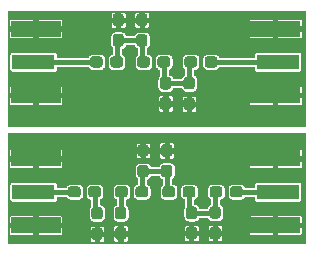
<source format=gbr>
G04 #@! TF.GenerationSoftware,KiCad,Pcbnew,(5.1.7)-1*
G04 #@! TF.CreationDate,2020-11-10T17:20:50+01:00*
G04 #@! TF.ProjectId,137_MHz_BPF_2nd_Order,3133375f-4d48-47a5-9f42-50465f326e64,rev?*
G04 #@! TF.SameCoordinates,Original*
G04 #@! TF.FileFunction,Copper,L1,Top*
G04 #@! TF.FilePolarity,Positive*
%FSLAX46Y46*%
G04 Gerber Fmt 4.6, Leading zero omitted, Abs format (unit mm)*
G04 Created by KiCad (PCBNEW (5.1.7)-1) date 2020-11-10 17:20:51*
%MOMM*%
%LPD*%
G01*
G04 APERTURE LIST*
G04 #@! TA.AperFunction,SMDPad,CuDef*
%ADD10R,3.600000X1.270000*%
G04 #@! TD*
G04 #@! TA.AperFunction,SMDPad,CuDef*
%ADD11R,4.200000X1.350000*%
G04 #@! TD*
G04 #@! TA.AperFunction,Conductor*
%ADD12C,0.450000*%
G04 #@! TD*
G04 #@! TA.AperFunction,Conductor*
%ADD13C,0.100000*%
G04 #@! TD*
G04 APERTURE END LIST*
G04 #@! TA.AperFunction,SMDPad,CuDef*
G36*
G01*
X39325000Y-58237500D02*
X39325000Y-57762500D01*
G75*
G02*
X39562500Y-57525000I237500J0D01*
G01*
X40162500Y-57525000D01*
G75*
G02*
X40400000Y-57762500I0J-237500D01*
G01*
X40400000Y-58237500D01*
G75*
G02*
X40162500Y-58475000I-237500J0D01*
G01*
X39562500Y-58475000D01*
G75*
G02*
X39325000Y-58237500I0J237500D01*
G01*
G37*
G04 #@! TD.AperFunction*
G04 #@! TA.AperFunction,SMDPad,CuDef*
G36*
G01*
X37600000Y-58237500D02*
X37600000Y-57762500D01*
G75*
G02*
X37837500Y-57525000I237500J0D01*
G01*
X38437500Y-57525000D01*
G75*
G02*
X38675000Y-57762500I0J-237500D01*
G01*
X38675000Y-58237500D01*
G75*
G02*
X38437500Y-58475000I-237500J0D01*
G01*
X37837500Y-58475000D01*
G75*
G02*
X37600000Y-58237500I0J237500D01*
G01*
G37*
G04 #@! TD.AperFunction*
G04 #@! TA.AperFunction,SMDPad,CuDef*
G36*
G01*
X39762500Y-55625000D02*
X40237500Y-55625000D01*
G75*
G02*
X40475000Y-55862500I0J-237500D01*
G01*
X40475000Y-56462500D01*
G75*
G02*
X40237500Y-56700000I-237500J0D01*
G01*
X39762500Y-56700000D01*
G75*
G02*
X39525000Y-56462500I0J237500D01*
G01*
X39525000Y-55862500D01*
G75*
G02*
X39762500Y-55625000I237500J0D01*
G01*
G37*
G04 #@! TD.AperFunction*
G04 #@! TA.AperFunction,SMDPad,CuDef*
G36*
G01*
X39762500Y-53900000D02*
X40237500Y-53900000D01*
G75*
G02*
X40475000Y-54137500I0J-237500D01*
G01*
X40475000Y-54737500D01*
G75*
G02*
X40237500Y-54975000I-237500J0D01*
G01*
X39762500Y-54975000D01*
G75*
G02*
X39525000Y-54737500I0J237500D01*
G01*
X39525000Y-54137500D01*
G75*
G02*
X39762500Y-53900000I237500J0D01*
G01*
G37*
G04 #@! TD.AperFunction*
G04 #@! TA.AperFunction,SMDPad,CuDef*
G36*
G01*
X41600000Y-58237500D02*
X41600000Y-57762500D01*
G75*
G02*
X41837500Y-57525000I237500J0D01*
G01*
X42437500Y-57525000D01*
G75*
G02*
X42675000Y-57762500I0J-237500D01*
G01*
X42675000Y-58237500D01*
G75*
G02*
X42437500Y-58475000I-237500J0D01*
G01*
X41837500Y-58475000D01*
G75*
G02*
X41600000Y-58237500I0J237500D01*
G01*
G37*
G04 #@! TD.AperFunction*
G04 #@! TA.AperFunction,SMDPad,CuDef*
G36*
G01*
X43325000Y-58237500D02*
X43325000Y-57762500D01*
G75*
G02*
X43562500Y-57525000I237500J0D01*
G01*
X44162500Y-57525000D01*
G75*
G02*
X44400000Y-57762500I0J-237500D01*
G01*
X44400000Y-58237500D01*
G75*
G02*
X44162500Y-58475000I-237500J0D01*
G01*
X43562500Y-58475000D01*
G75*
G02*
X43325000Y-58237500I0J237500D01*
G01*
G37*
G04 #@! TD.AperFunction*
G04 #@! TA.AperFunction,SMDPad,CuDef*
G36*
G01*
X44237500Y-62062500D02*
X43762500Y-62062500D01*
G75*
G02*
X43525000Y-61825000I0J237500D01*
G01*
X43525000Y-61225000D01*
G75*
G02*
X43762500Y-60987500I237500J0D01*
G01*
X44237500Y-60987500D01*
G75*
G02*
X44475000Y-61225000I0J-237500D01*
G01*
X44475000Y-61825000D01*
G75*
G02*
X44237500Y-62062500I-237500J0D01*
G01*
G37*
G04 #@! TD.AperFunction*
G04 #@! TA.AperFunction,SMDPad,CuDef*
G36*
G01*
X44237500Y-60337500D02*
X43762500Y-60337500D01*
G75*
G02*
X43525000Y-60100000I0J237500D01*
G01*
X43525000Y-59500000D01*
G75*
G02*
X43762500Y-59262500I237500J0D01*
G01*
X44237500Y-59262500D01*
G75*
G02*
X44475000Y-59500000I0J-237500D01*
G01*
X44475000Y-60100000D01*
G75*
G02*
X44237500Y-60337500I-237500J0D01*
G01*
G37*
G04 #@! TD.AperFunction*
G04 #@! TA.AperFunction,SMDPad,CuDef*
G36*
G01*
X47325000Y-58237500D02*
X47325000Y-57762500D01*
G75*
G02*
X47562500Y-57525000I237500J0D01*
G01*
X48162500Y-57525000D01*
G75*
G02*
X48400000Y-57762500I0J-237500D01*
G01*
X48400000Y-58237500D01*
G75*
G02*
X48162500Y-58475000I-237500J0D01*
G01*
X47562500Y-58475000D01*
G75*
G02*
X47325000Y-58237500I0J237500D01*
G01*
G37*
G04 #@! TD.AperFunction*
G04 #@! TA.AperFunction,SMDPad,CuDef*
G36*
G01*
X45600000Y-58237500D02*
X45600000Y-57762500D01*
G75*
G02*
X45837500Y-57525000I237500J0D01*
G01*
X46437500Y-57525000D01*
G75*
G02*
X46675000Y-57762500I0J-237500D01*
G01*
X46675000Y-58237500D01*
G75*
G02*
X46437500Y-58475000I-237500J0D01*
G01*
X45837500Y-58475000D01*
G75*
G02*
X45600000Y-58237500I0J237500D01*
G01*
G37*
G04 #@! TD.AperFunction*
G04 #@! TA.AperFunction,SMDPad,CuDef*
G36*
G01*
X37462500Y-69237500D02*
X37462500Y-68762500D01*
G75*
G02*
X37700000Y-68525000I237500J0D01*
G01*
X38300000Y-68525000D01*
G75*
G02*
X38537500Y-68762500I0J-237500D01*
G01*
X38537500Y-69237500D01*
G75*
G02*
X38300000Y-69475000I-237500J0D01*
G01*
X37700000Y-69475000D01*
G75*
G02*
X37462500Y-69237500I0J237500D01*
G01*
G37*
G04 #@! TD.AperFunction*
G04 #@! TA.AperFunction,SMDPad,CuDef*
G36*
G01*
X35737500Y-69237500D02*
X35737500Y-68762500D01*
G75*
G02*
X35975000Y-68525000I237500J0D01*
G01*
X36575000Y-68525000D01*
G75*
G02*
X36812500Y-68762500I0J-237500D01*
G01*
X36812500Y-69237500D01*
G75*
G02*
X36575000Y-69475000I-237500J0D01*
G01*
X35975000Y-69475000D01*
G75*
G02*
X35737500Y-69237500I0J237500D01*
G01*
G37*
G04 #@! TD.AperFunction*
G04 #@! TA.AperFunction,SMDPad,CuDef*
G36*
G01*
X39737500Y-69237500D02*
X39737500Y-68762500D01*
G75*
G02*
X39975000Y-68525000I237500J0D01*
G01*
X40575000Y-68525000D01*
G75*
G02*
X40812500Y-68762500I0J-237500D01*
G01*
X40812500Y-69237500D01*
G75*
G02*
X40575000Y-69475000I-237500J0D01*
G01*
X39975000Y-69475000D01*
G75*
G02*
X39737500Y-69237500I0J237500D01*
G01*
G37*
G04 #@! TD.AperFunction*
G04 #@! TA.AperFunction,SMDPad,CuDef*
G36*
G01*
X41462500Y-69237500D02*
X41462500Y-68762500D01*
G75*
G02*
X41700000Y-68525000I237500J0D01*
G01*
X42300000Y-68525000D01*
G75*
G02*
X42537500Y-68762500I0J-237500D01*
G01*
X42537500Y-69237500D01*
G75*
G02*
X42300000Y-69475000I-237500J0D01*
G01*
X41700000Y-69475000D01*
G75*
G02*
X41462500Y-69237500I0J237500D01*
G01*
G37*
G04 #@! TD.AperFunction*
G04 #@! TA.AperFunction,SMDPad,CuDef*
G36*
G01*
X45462500Y-69237500D02*
X45462500Y-68762500D01*
G75*
G02*
X45700000Y-68525000I237500J0D01*
G01*
X46300000Y-68525000D01*
G75*
G02*
X46537500Y-68762500I0J-237500D01*
G01*
X46537500Y-69237500D01*
G75*
G02*
X46300000Y-69475000I-237500J0D01*
G01*
X45700000Y-69475000D01*
G75*
G02*
X45462500Y-69237500I0J237500D01*
G01*
G37*
G04 #@! TD.AperFunction*
G04 #@! TA.AperFunction,SMDPad,CuDef*
G36*
G01*
X43737500Y-69237500D02*
X43737500Y-68762500D01*
G75*
G02*
X43975000Y-68525000I237500J0D01*
G01*
X44575000Y-68525000D01*
G75*
G02*
X44812500Y-68762500I0J-237500D01*
G01*
X44812500Y-69237500D01*
G75*
G02*
X44575000Y-69475000I-237500J0D01*
G01*
X43975000Y-69475000D01*
G75*
G02*
X43737500Y-69237500I0J237500D01*
G01*
G37*
G04 #@! TD.AperFunction*
G04 #@! TA.AperFunction,SMDPad,CuDef*
G36*
G01*
X49462500Y-69237500D02*
X49462500Y-68762500D01*
G75*
G02*
X49700000Y-68525000I237500J0D01*
G01*
X50300000Y-68525000D01*
G75*
G02*
X50537500Y-68762500I0J-237500D01*
G01*
X50537500Y-69237500D01*
G75*
G02*
X50300000Y-69475000I-237500J0D01*
G01*
X49700000Y-69475000D01*
G75*
G02*
X49462500Y-69237500I0J237500D01*
G01*
G37*
G04 #@! TD.AperFunction*
G04 #@! TA.AperFunction,SMDPad,CuDef*
G36*
G01*
X47737500Y-69237500D02*
X47737500Y-68762500D01*
G75*
G02*
X47975000Y-68525000I237500J0D01*
G01*
X48575000Y-68525000D01*
G75*
G02*
X48812500Y-68762500I0J-237500D01*
G01*
X48812500Y-69237500D01*
G75*
G02*
X48575000Y-69475000I-237500J0D01*
G01*
X47975000Y-69475000D01*
G75*
G02*
X47737500Y-69237500I0J237500D01*
G01*
G37*
G04 #@! TD.AperFunction*
G04 #@! TA.AperFunction,SMDPad,CuDef*
G36*
G01*
X40437500Y-73062500D02*
X39962500Y-73062500D01*
G75*
G02*
X39725000Y-72825000I0J237500D01*
G01*
X39725000Y-72225000D01*
G75*
G02*
X39962500Y-71987500I237500J0D01*
G01*
X40437500Y-71987500D01*
G75*
G02*
X40675000Y-72225000I0J-237500D01*
G01*
X40675000Y-72825000D01*
G75*
G02*
X40437500Y-73062500I-237500J0D01*
G01*
G37*
G04 #@! TD.AperFunction*
G04 #@! TA.AperFunction,SMDPad,CuDef*
G36*
G01*
X40437500Y-71337500D02*
X39962500Y-71337500D01*
G75*
G02*
X39725000Y-71100000I0J237500D01*
G01*
X39725000Y-70500000D01*
G75*
G02*
X39962500Y-70262500I237500J0D01*
G01*
X40437500Y-70262500D01*
G75*
G02*
X40675000Y-70500000I0J-237500D01*
G01*
X40675000Y-71100000D01*
G75*
G02*
X40437500Y-71337500I-237500J0D01*
G01*
G37*
G04 #@! TD.AperFunction*
G04 #@! TA.AperFunction,SMDPad,CuDef*
G36*
G01*
X43862500Y-64962500D02*
X44337500Y-64962500D01*
G75*
G02*
X44575000Y-65200000I0J-237500D01*
G01*
X44575000Y-65800000D01*
G75*
G02*
X44337500Y-66037500I-237500J0D01*
G01*
X43862500Y-66037500D01*
G75*
G02*
X43625000Y-65800000I0J237500D01*
G01*
X43625000Y-65200000D01*
G75*
G02*
X43862500Y-64962500I237500J0D01*
G01*
G37*
G04 #@! TD.AperFunction*
G04 #@! TA.AperFunction,SMDPad,CuDef*
G36*
G01*
X43862500Y-66687500D02*
X44337500Y-66687500D01*
G75*
G02*
X44575000Y-66925000I0J-237500D01*
G01*
X44575000Y-67525000D01*
G75*
G02*
X44337500Y-67762500I-237500J0D01*
G01*
X43862500Y-67762500D01*
G75*
G02*
X43625000Y-67525000I0J237500D01*
G01*
X43625000Y-66925000D01*
G75*
G02*
X43862500Y-66687500I237500J0D01*
G01*
G37*
G04 #@! TD.AperFunction*
G04 #@! TA.AperFunction,SMDPad,CuDef*
G36*
G01*
X46437500Y-73037500D02*
X45962500Y-73037500D01*
G75*
G02*
X45725000Y-72800000I0J237500D01*
G01*
X45725000Y-72200000D01*
G75*
G02*
X45962500Y-71962500I237500J0D01*
G01*
X46437500Y-71962500D01*
G75*
G02*
X46675000Y-72200000I0J-237500D01*
G01*
X46675000Y-72800000D01*
G75*
G02*
X46437500Y-73037500I-237500J0D01*
G01*
G37*
G04 #@! TD.AperFunction*
G04 #@! TA.AperFunction,SMDPad,CuDef*
G36*
G01*
X46437500Y-71312500D02*
X45962500Y-71312500D01*
G75*
G02*
X45725000Y-71075000I0J237500D01*
G01*
X45725000Y-70475000D01*
G75*
G02*
X45962500Y-70237500I237500J0D01*
G01*
X46437500Y-70237500D01*
G75*
G02*
X46675000Y-70475000I0J-237500D01*
G01*
X46675000Y-71075000D01*
G75*
G02*
X46437500Y-71312500I-237500J0D01*
G01*
G37*
G04 #@! TD.AperFunction*
D10*
X32800000Y-58000000D03*
D11*
X33000000Y-60825000D03*
X33000000Y-55175000D03*
X53300000Y-60825000D03*
X53300000Y-55175000D03*
D10*
X53500000Y-58000000D03*
D11*
X33000000Y-66175000D03*
X33000000Y-71825000D03*
D10*
X32800000Y-69000000D03*
X53500000Y-69000000D03*
D11*
X53300000Y-66175000D03*
X53300000Y-71825000D03*
G04 #@! TA.AperFunction,SMDPad,CuDef*
G36*
G01*
X42237500Y-56700000D02*
X41762500Y-56700000D01*
G75*
G02*
X41525000Y-56462500I0J237500D01*
G01*
X41525000Y-55887500D01*
G75*
G02*
X41762500Y-55650000I237500J0D01*
G01*
X42237500Y-55650000D01*
G75*
G02*
X42475000Y-55887500I0J-237500D01*
G01*
X42475000Y-56462500D01*
G75*
G02*
X42237500Y-56700000I-237500J0D01*
G01*
G37*
G04 #@! TD.AperFunction*
G04 #@! TA.AperFunction,SMDPad,CuDef*
G36*
G01*
X42237500Y-54950000D02*
X41762500Y-54950000D01*
G75*
G02*
X41525000Y-54712500I0J237500D01*
G01*
X41525000Y-54137500D01*
G75*
G02*
X41762500Y-53900000I237500J0D01*
G01*
X42237500Y-53900000D01*
G75*
G02*
X42475000Y-54137500I0J-237500D01*
G01*
X42475000Y-54712500D01*
G75*
G02*
X42237500Y-54950000I-237500J0D01*
G01*
G37*
G04 #@! TD.AperFunction*
G04 #@! TA.AperFunction,SMDPad,CuDef*
G36*
G01*
X45762500Y-59275000D02*
X46237500Y-59275000D01*
G75*
G02*
X46475000Y-59512500I0J-237500D01*
G01*
X46475000Y-60087500D01*
G75*
G02*
X46237500Y-60325000I-237500J0D01*
G01*
X45762500Y-60325000D01*
G75*
G02*
X45525000Y-60087500I0J237500D01*
G01*
X45525000Y-59512500D01*
G75*
G02*
X45762500Y-59275000I237500J0D01*
G01*
G37*
G04 #@! TD.AperFunction*
G04 #@! TA.AperFunction,SMDPad,CuDef*
G36*
G01*
X45762500Y-61025000D02*
X46237500Y-61025000D01*
G75*
G02*
X46475000Y-61262500I0J-237500D01*
G01*
X46475000Y-61837500D01*
G75*
G02*
X46237500Y-62075000I-237500J0D01*
G01*
X45762500Y-62075000D01*
G75*
G02*
X45525000Y-61837500I0J237500D01*
G01*
X45525000Y-61262500D01*
G75*
G02*
X45762500Y-61025000I237500J0D01*
G01*
G37*
G04 #@! TD.AperFunction*
G04 #@! TA.AperFunction,SMDPad,CuDef*
G36*
G01*
X37962500Y-72025000D02*
X38437500Y-72025000D01*
G75*
G02*
X38675000Y-72262500I0J-237500D01*
G01*
X38675000Y-72837500D01*
G75*
G02*
X38437500Y-73075000I-237500J0D01*
G01*
X37962500Y-73075000D01*
G75*
G02*
X37725000Y-72837500I0J237500D01*
G01*
X37725000Y-72262500D01*
G75*
G02*
X37962500Y-72025000I237500J0D01*
G01*
G37*
G04 #@! TD.AperFunction*
G04 #@! TA.AperFunction,SMDPad,CuDef*
G36*
G01*
X37962500Y-70275000D02*
X38437500Y-70275000D01*
G75*
G02*
X38675000Y-70512500I0J-237500D01*
G01*
X38675000Y-71087500D01*
G75*
G02*
X38437500Y-71325000I-237500J0D01*
G01*
X37962500Y-71325000D01*
G75*
G02*
X37725000Y-71087500I0J237500D01*
G01*
X37725000Y-70512500D01*
G75*
G02*
X37962500Y-70275000I237500J0D01*
G01*
G37*
G04 #@! TD.AperFunction*
G04 #@! TA.AperFunction,SMDPad,CuDef*
G36*
G01*
X42337500Y-67775000D02*
X41862500Y-67775000D01*
G75*
G02*
X41625000Y-67537500I0J237500D01*
G01*
X41625000Y-66962500D01*
G75*
G02*
X41862500Y-66725000I237500J0D01*
G01*
X42337500Y-66725000D01*
G75*
G02*
X42575000Y-66962500I0J-237500D01*
G01*
X42575000Y-67537500D01*
G75*
G02*
X42337500Y-67775000I-237500J0D01*
G01*
G37*
G04 #@! TD.AperFunction*
G04 #@! TA.AperFunction,SMDPad,CuDef*
G36*
G01*
X42337500Y-66025000D02*
X41862500Y-66025000D01*
G75*
G02*
X41625000Y-65787500I0J237500D01*
G01*
X41625000Y-65212500D01*
G75*
G02*
X41862500Y-64975000I237500J0D01*
G01*
X42337500Y-64975000D01*
G75*
G02*
X42575000Y-65212500I0J-237500D01*
G01*
X42575000Y-65787500D01*
G75*
G02*
X42337500Y-66025000I-237500J0D01*
G01*
G37*
G04 #@! TD.AperFunction*
G04 #@! TA.AperFunction,SMDPad,CuDef*
G36*
G01*
X47962500Y-71975000D02*
X48437500Y-71975000D01*
G75*
G02*
X48675000Y-72212500I0J-237500D01*
G01*
X48675000Y-72787500D01*
G75*
G02*
X48437500Y-73025000I-237500J0D01*
G01*
X47962500Y-73025000D01*
G75*
G02*
X47725000Y-72787500I0J237500D01*
G01*
X47725000Y-72212500D01*
G75*
G02*
X47962500Y-71975000I237500J0D01*
G01*
G37*
G04 #@! TD.AperFunction*
G04 #@! TA.AperFunction,SMDPad,CuDef*
G36*
G01*
X47962500Y-70225000D02*
X48437500Y-70225000D01*
G75*
G02*
X48675000Y-70462500I0J-237500D01*
G01*
X48675000Y-71037500D01*
G75*
G02*
X48437500Y-71275000I-237500J0D01*
G01*
X47962500Y-71275000D01*
G75*
G02*
X47725000Y-71037500I0J237500D01*
G01*
X47725000Y-70462500D01*
G75*
G02*
X47962500Y-70225000I237500J0D01*
G01*
G37*
G04 #@! TD.AperFunction*
D12*
X32800000Y-58000000D02*
X38137500Y-58000000D01*
X39862500Y-56300000D02*
X40000000Y-56162500D01*
X39862500Y-58000000D02*
X39862500Y-56300000D01*
X41987500Y-56162500D02*
X42000000Y-56175000D01*
X40000000Y-56162500D02*
X41987500Y-56162500D01*
X42000000Y-57862500D02*
X42137500Y-58000000D01*
X42000000Y-56175000D02*
X42000000Y-57862500D01*
X43862500Y-59662500D02*
X44000000Y-59800000D01*
X43862500Y-58000000D02*
X43862500Y-59662500D01*
X44000000Y-59800000D02*
X46000000Y-59800000D01*
X46000000Y-58137500D02*
X46137500Y-58000000D01*
X46000000Y-59800000D02*
X46000000Y-58137500D01*
X47862500Y-58000000D02*
X53500000Y-58000000D01*
X38000000Y-70600000D02*
X38200000Y-70800000D01*
X38000000Y-69000000D02*
X38000000Y-70600000D01*
X40200000Y-69075000D02*
X40275000Y-69000000D01*
X40200000Y-70800000D02*
X40200000Y-69075000D01*
X32800000Y-69000000D02*
X36275000Y-69000000D01*
X42000000Y-67350000D02*
X42100000Y-67250000D01*
X42000000Y-69000000D02*
X42000000Y-67350000D01*
X44075000Y-67250000D02*
X44100000Y-67225000D01*
X42100000Y-67250000D02*
X44075000Y-67250000D01*
X44100000Y-68825000D02*
X44275000Y-69000000D01*
X44100000Y-67225000D02*
X44100000Y-68825000D01*
X46000000Y-70575000D02*
X46200000Y-70775000D01*
X46000000Y-69000000D02*
X46000000Y-70575000D01*
X48175000Y-70775000D02*
X48200000Y-70750000D01*
X46200000Y-70775000D02*
X48175000Y-70775000D01*
X48200000Y-69075000D02*
X48275000Y-69000000D01*
X48200000Y-70750000D02*
X48200000Y-69075000D01*
X50000000Y-69000000D02*
X53500000Y-69000000D01*
D13*
X55825001Y-63450000D02*
X30675000Y-63450000D01*
X30675000Y-62062500D01*
X43374274Y-62062500D01*
X43377170Y-62091905D01*
X43385747Y-62120180D01*
X43399676Y-62146239D01*
X43418421Y-62169079D01*
X43441261Y-62187824D01*
X43467320Y-62201753D01*
X43495595Y-62210330D01*
X43525000Y-62213226D01*
X43787500Y-62212500D01*
X43825000Y-62175000D01*
X43825000Y-61700000D01*
X44175000Y-61700000D01*
X44175000Y-62175000D01*
X44212500Y-62212500D01*
X44475000Y-62213226D01*
X44504405Y-62210330D01*
X44532680Y-62201753D01*
X44558739Y-62187824D01*
X44581579Y-62169079D01*
X44600324Y-62146239D01*
X44614253Y-62120180D01*
X44622830Y-62091905D01*
X44624494Y-62075000D01*
X45374274Y-62075000D01*
X45377170Y-62104405D01*
X45385747Y-62132680D01*
X45399676Y-62158739D01*
X45418421Y-62181579D01*
X45441261Y-62200324D01*
X45467320Y-62214253D01*
X45495595Y-62222830D01*
X45525000Y-62225726D01*
X45787500Y-62225000D01*
X45825000Y-62187500D01*
X45825000Y-61725000D01*
X46175000Y-61725000D01*
X46175000Y-62187500D01*
X46212500Y-62225000D01*
X46475000Y-62225726D01*
X46504405Y-62222830D01*
X46532680Y-62214253D01*
X46558739Y-62200324D01*
X46581579Y-62181579D01*
X46600324Y-62158739D01*
X46614253Y-62132680D01*
X46622830Y-62104405D01*
X46625726Y-62075000D01*
X46625000Y-61762500D01*
X46587500Y-61725000D01*
X46175000Y-61725000D01*
X45825000Y-61725000D01*
X45412500Y-61725000D01*
X45375000Y-61762500D01*
X45374274Y-62075000D01*
X44624494Y-62075000D01*
X44625726Y-62062500D01*
X44625000Y-61737500D01*
X44587500Y-61700000D01*
X44175000Y-61700000D01*
X43825000Y-61700000D01*
X43412500Y-61700000D01*
X43375000Y-61737500D01*
X43374274Y-62062500D01*
X30675000Y-62062500D01*
X30675000Y-61500000D01*
X30749274Y-61500000D01*
X30752170Y-61529405D01*
X30760747Y-61557680D01*
X30774676Y-61583739D01*
X30793421Y-61606579D01*
X30816261Y-61625324D01*
X30842320Y-61639253D01*
X30870595Y-61647830D01*
X30900000Y-61650726D01*
X32787500Y-61650000D01*
X32825000Y-61612500D01*
X32825000Y-61000000D01*
X33175000Y-61000000D01*
X33175000Y-61612500D01*
X33212500Y-61650000D01*
X35100000Y-61650726D01*
X35129405Y-61647830D01*
X35157680Y-61639253D01*
X35183739Y-61625324D01*
X35206579Y-61606579D01*
X35225324Y-61583739D01*
X35239253Y-61557680D01*
X35247830Y-61529405D01*
X35250726Y-61500000D01*
X51049274Y-61500000D01*
X51052170Y-61529405D01*
X51060747Y-61557680D01*
X51074676Y-61583739D01*
X51093421Y-61606579D01*
X51116261Y-61625324D01*
X51142320Y-61639253D01*
X51170595Y-61647830D01*
X51200000Y-61650726D01*
X53087500Y-61650000D01*
X53125000Y-61612500D01*
X53125000Y-61000000D01*
X53475000Y-61000000D01*
X53475000Y-61612500D01*
X53512500Y-61650000D01*
X55400000Y-61650726D01*
X55429405Y-61647830D01*
X55457680Y-61639253D01*
X55483739Y-61625324D01*
X55506579Y-61606579D01*
X55525324Y-61583739D01*
X55539253Y-61557680D01*
X55547830Y-61529405D01*
X55550726Y-61500000D01*
X55550000Y-61037500D01*
X55512500Y-61000000D01*
X53475000Y-61000000D01*
X53125000Y-61000000D01*
X51087500Y-61000000D01*
X51050000Y-61037500D01*
X51049274Y-61500000D01*
X35250726Y-61500000D01*
X35250000Y-61037500D01*
X35212500Y-61000000D01*
X33175000Y-61000000D01*
X32825000Y-61000000D01*
X30787500Y-61000000D01*
X30750000Y-61037500D01*
X30749274Y-61500000D01*
X30675000Y-61500000D01*
X30675000Y-60987500D01*
X43374274Y-60987500D01*
X43375000Y-61312500D01*
X43412500Y-61350000D01*
X43825000Y-61350000D01*
X43825000Y-60875000D01*
X44175000Y-60875000D01*
X44175000Y-61350000D01*
X44587500Y-61350000D01*
X44625000Y-61312500D01*
X44625642Y-61025000D01*
X45374274Y-61025000D01*
X45375000Y-61337500D01*
X45412500Y-61375000D01*
X45825000Y-61375000D01*
X45825000Y-60912500D01*
X46175000Y-60912500D01*
X46175000Y-61375000D01*
X46587500Y-61375000D01*
X46625000Y-61337500D01*
X46625726Y-61025000D01*
X46622830Y-60995595D01*
X46614253Y-60967320D01*
X46600324Y-60941261D01*
X46581579Y-60918421D01*
X46558739Y-60899676D01*
X46532680Y-60885747D01*
X46504405Y-60877170D01*
X46475000Y-60874274D01*
X46212500Y-60875000D01*
X46175000Y-60912500D01*
X45825000Y-60912500D01*
X45787500Y-60875000D01*
X45525000Y-60874274D01*
X45495595Y-60877170D01*
X45467320Y-60885747D01*
X45441261Y-60899676D01*
X45418421Y-60918421D01*
X45399676Y-60941261D01*
X45385747Y-60967320D01*
X45377170Y-60995595D01*
X45374274Y-61025000D01*
X44625642Y-61025000D01*
X44625726Y-60987500D01*
X44622830Y-60958095D01*
X44614253Y-60929820D01*
X44600324Y-60903761D01*
X44581579Y-60880921D01*
X44558739Y-60862176D01*
X44532680Y-60848247D01*
X44504405Y-60839670D01*
X44475000Y-60836774D01*
X44212500Y-60837500D01*
X44175000Y-60875000D01*
X43825000Y-60875000D01*
X43787500Y-60837500D01*
X43525000Y-60836774D01*
X43495595Y-60839670D01*
X43467320Y-60848247D01*
X43441261Y-60862176D01*
X43418421Y-60880921D01*
X43399676Y-60903761D01*
X43385747Y-60929820D01*
X43377170Y-60958095D01*
X43374274Y-60987500D01*
X30675000Y-60987500D01*
X30675000Y-60150000D01*
X30749274Y-60150000D01*
X30750000Y-60612500D01*
X30787500Y-60650000D01*
X32825000Y-60650000D01*
X32825000Y-60037500D01*
X33175000Y-60037500D01*
X33175000Y-60650000D01*
X35212500Y-60650000D01*
X35250000Y-60612500D01*
X35250726Y-60150000D01*
X35247830Y-60120595D01*
X35239253Y-60092320D01*
X35225324Y-60066261D01*
X35206579Y-60043421D01*
X35183739Y-60024676D01*
X35157680Y-60010747D01*
X35129405Y-60002170D01*
X35100000Y-59999274D01*
X33212500Y-60000000D01*
X33175000Y-60037500D01*
X32825000Y-60037500D01*
X32787500Y-60000000D01*
X30900000Y-59999274D01*
X30870595Y-60002170D01*
X30842320Y-60010747D01*
X30816261Y-60024676D01*
X30793421Y-60043421D01*
X30774676Y-60066261D01*
X30760747Y-60092320D01*
X30752170Y-60120595D01*
X30749274Y-60150000D01*
X30675000Y-60150000D01*
X30675000Y-57365000D01*
X30796621Y-57365000D01*
X30796621Y-58635000D01*
X30800529Y-58674677D01*
X30812102Y-58712830D01*
X30830897Y-58747991D01*
X30856189Y-58778811D01*
X30887009Y-58804103D01*
X30922170Y-58822898D01*
X30960323Y-58834471D01*
X31000000Y-58838379D01*
X34600000Y-58838379D01*
X34639677Y-58834471D01*
X34677830Y-58822898D01*
X34712991Y-58804103D01*
X34743811Y-58778811D01*
X34769103Y-58747991D01*
X34787898Y-58712830D01*
X34799471Y-58674677D01*
X34803379Y-58635000D01*
X34803379Y-58427400D01*
X37441504Y-58427400D01*
X37470923Y-58482439D01*
X37525751Y-58549249D01*
X37592561Y-58604077D01*
X37668783Y-58644819D01*
X37751489Y-58669908D01*
X37837500Y-58678379D01*
X38437500Y-58678379D01*
X38523511Y-58669908D01*
X38606217Y-58644819D01*
X38682439Y-58604077D01*
X38749249Y-58549249D01*
X38804077Y-58482439D01*
X38844819Y-58406217D01*
X38869908Y-58323511D01*
X38878379Y-58237500D01*
X38878379Y-57762500D01*
X39121621Y-57762500D01*
X39121621Y-58237500D01*
X39130092Y-58323511D01*
X39155181Y-58406217D01*
X39195923Y-58482439D01*
X39250751Y-58549249D01*
X39317561Y-58604077D01*
X39393783Y-58644819D01*
X39476489Y-58669908D01*
X39562500Y-58678379D01*
X40162500Y-58678379D01*
X40248511Y-58669908D01*
X40331217Y-58644819D01*
X40407439Y-58604077D01*
X40474249Y-58549249D01*
X40529077Y-58482439D01*
X40569819Y-58406217D01*
X40594908Y-58323511D01*
X40603379Y-58237500D01*
X40603379Y-57762500D01*
X40594908Y-57676489D01*
X40569819Y-57593783D01*
X40529077Y-57517561D01*
X40474249Y-57450751D01*
X40407439Y-57395923D01*
X40331217Y-57355181D01*
X40289900Y-57342647D01*
X40289900Y-56898218D01*
X40323511Y-56894908D01*
X40406217Y-56869819D01*
X40482439Y-56829077D01*
X40549249Y-56774249D01*
X40604077Y-56707439D01*
X40644819Y-56631217D01*
X40657353Y-56589900D01*
X41342647Y-56589900D01*
X41355181Y-56631217D01*
X41395923Y-56707439D01*
X41450751Y-56774249D01*
X41517561Y-56829077D01*
X41572600Y-56858497D01*
X41572601Y-57412304D01*
X41525751Y-57450751D01*
X41470923Y-57517561D01*
X41430181Y-57593783D01*
X41405092Y-57676489D01*
X41396621Y-57762500D01*
X41396621Y-58237500D01*
X41405092Y-58323511D01*
X41430181Y-58406217D01*
X41470923Y-58482439D01*
X41525751Y-58549249D01*
X41592561Y-58604077D01*
X41668783Y-58644819D01*
X41751489Y-58669908D01*
X41837500Y-58678379D01*
X42437500Y-58678379D01*
X42523511Y-58669908D01*
X42606217Y-58644819D01*
X42682439Y-58604077D01*
X42749249Y-58549249D01*
X42804077Y-58482439D01*
X42844819Y-58406217D01*
X42869908Y-58323511D01*
X42878379Y-58237500D01*
X42878379Y-57762500D01*
X43121621Y-57762500D01*
X43121621Y-58237500D01*
X43130092Y-58323511D01*
X43155181Y-58406217D01*
X43195923Y-58482439D01*
X43250751Y-58549249D01*
X43317561Y-58604077D01*
X43393783Y-58644819D01*
X43435100Y-58657353D01*
X43435101Y-59207321D01*
X43395923Y-59255061D01*
X43355181Y-59331283D01*
X43330092Y-59413989D01*
X43321621Y-59500000D01*
X43321621Y-60100000D01*
X43330092Y-60186011D01*
X43355181Y-60268717D01*
X43395923Y-60344939D01*
X43450751Y-60411749D01*
X43517561Y-60466577D01*
X43593783Y-60507319D01*
X43676489Y-60532408D01*
X43762500Y-60540879D01*
X44237500Y-60540879D01*
X44323511Y-60532408D01*
X44406217Y-60507319D01*
X44482439Y-60466577D01*
X44549249Y-60411749D01*
X44604077Y-60344939D01*
X44644819Y-60268717D01*
X44657353Y-60227400D01*
X45346439Y-60227400D01*
X45355181Y-60256217D01*
X45395923Y-60332439D01*
X45450751Y-60399249D01*
X45517561Y-60454077D01*
X45593783Y-60494819D01*
X45676489Y-60519908D01*
X45762500Y-60528379D01*
X46237500Y-60528379D01*
X46323511Y-60519908D01*
X46406217Y-60494819D01*
X46482439Y-60454077D01*
X46549249Y-60399249D01*
X46604077Y-60332439D01*
X46644819Y-60256217D01*
X46669908Y-60173511D01*
X46672223Y-60150000D01*
X51049274Y-60150000D01*
X51050000Y-60612500D01*
X51087500Y-60650000D01*
X53125000Y-60650000D01*
X53125000Y-60037500D01*
X53475000Y-60037500D01*
X53475000Y-60650000D01*
X55512500Y-60650000D01*
X55550000Y-60612500D01*
X55550726Y-60150000D01*
X55547830Y-60120595D01*
X55539253Y-60092320D01*
X55525324Y-60066261D01*
X55506579Y-60043421D01*
X55483739Y-60024676D01*
X55457680Y-60010747D01*
X55429405Y-60002170D01*
X55400000Y-59999274D01*
X53512500Y-60000000D01*
X53475000Y-60037500D01*
X53125000Y-60037500D01*
X53087500Y-60000000D01*
X51200000Y-59999274D01*
X51170595Y-60002170D01*
X51142320Y-60010747D01*
X51116261Y-60024676D01*
X51093421Y-60043421D01*
X51074676Y-60066261D01*
X51060747Y-60092320D01*
X51052170Y-60120595D01*
X51049274Y-60150000D01*
X46672223Y-60150000D01*
X46678379Y-60087500D01*
X46678379Y-59512500D01*
X46669908Y-59426489D01*
X46644819Y-59343783D01*
X46604077Y-59267561D01*
X46549249Y-59200751D01*
X46482439Y-59145923D01*
X46427400Y-59116504D01*
X46427400Y-58678379D01*
X46437500Y-58678379D01*
X46523511Y-58669908D01*
X46606217Y-58644819D01*
X46682439Y-58604077D01*
X46749249Y-58549249D01*
X46804077Y-58482439D01*
X46844819Y-58406217D01*
X46869908Y-58323511D01*
X46878379Y-58237500D01*
X46878379Y-57762500D01*
X47121621Y-57762500D01*
X47121621Y-58237500D01*
X47130092Y-58323511D01*
X47155181Y-58406217D01*
X47195923Y-58482439D01*
X47250751Y-58549249D01*
X47317561Y-58604077D01*
X47393783Y-58644819D01*
X47476489Y-58669908D01*
X47562500Y-58678379D01*
X48162500Y-58678379D01*
X48248511Y-58669908D01*
X48331217Y-58644819D01*
X48407439Y-58604077D01*
X48474249Y-58549249D01*
X48529077Y-58482439D01*
X48558496Y-58427400D01*
X51496621Y-58427400D01*
X51496621Y-58635000D01*
X51500529Y-58674677D01*
X51512102Y-58712830D01*
X51530897Y-58747991D01*
X51556189Y-58778811D01*
X51587009Y-58804103D01*
X51622170Y-58822898D01*
X51660323Y-58834471D01*
X51700000Y-58838379D01*
X55300000Y-58838379D01*
X55339677Y-58834471D01*
X55377830Y-58822898D01*
X55412991Y-58804103D01*
X55443811Y-58778811D01*
X55469103Y-58747991D01*
X55487898Y-58712830D01*
X55499471Y-58674677D01*
X55503379Y-58635000D01*
X55503379Y-57365000D01*
X55499471Y-57325323D01*
X55487898Y-57287170D01*
X55469103Y-57252009D01*
X55443811Y-57221189D01*
X55412991Y-57195897D01*
X55377830Y-57177102D01*
X55339677Y-57165529D01*
X55300000Y-57161621D01*
X51700000Y-57161621D01*
X51660323Y-57165529D01*
X51622170Y-57177102D01*
X51587009Y-57195897D01*
X51556189Y-57221189D01*
X51530897Y-57252009D01*
X51512102Y-57287170D01*
X51500529Y-57325323D01*
X51496621Y-57365000D01*
X51496621Y-57572600D01*
X48558496Y-57572600D01*
X48529077Y-57517561D01*
X48474249Y-57450751D01*
X48407439Y-57395923D01*
X48331217Y-57355181D01*
X48248511Y-57330092D01*
X48162500Y-57321621D01*
X47562500Y-57321621D01*
X47476489Y-57330092D01*
X47393783Y-57355181D01*
X47317561Y-57395923D01*
X47250751Y-57450751D01*
X47195923Y-57517561D01*
X47155181Y-57593783D01*
X47130092Y-57676489D01*
X47121621Y-57762500D01*
X46878379Y-57762500D01*
X46869908Y-57676489D01*
X46844819Y-57593783D01*
X46804077Y-57517561D01*
X46749249Y-57450751D01*
X46682439Y-57395923D01*
X46606217Y-57355181D01*
X46523511Y-57330092D01*
X46437500Y-57321621D01*
X45837500Y-57321621D01*
X45751489Y-57330092D01*
X45668783Y-57355181D01*
X45592561Y-57395923D01*
X45525751Y-57450751D01*
X45470923Y-57517561D01*
X45430181Y-57593783D01*
X45405092Y-57676489D01*
X45396621Y-57762500D01*
X45396621Y-58237500D01*
X45405092Y-58323511D01*
X45430181Y-58406217D01*
X45470923Y-58482439D01*
X45525751Y-58549249D01*
X45572601Y-58587696D01*
X45572600Y-59116503D01*
X45517561Y-59145923D01*
X45450751Y-59200751D01*
X45395923Y-59267561D01*
X45355181Y-59343783D01*
X45346439Y-59372600D01*
X44657353Y-59372600D01*
X44644819Y-59331283D01*
X44604077Y-59255061D01*
X44549249Y-59188251D01*
X44482439Y-59133423D01*
X44406217Y-59092681D01*
X44323511Y-59067592D01*
X44289900Y-59064282D01*
X44289900Y-58657353D01*
X44331217Y-58644819D01*
X44407439Y-58604077D01*
X44474249Y-58549249D01*
X44529077Y-58482439D01*
X44569819Y-58406217D01*
X44594908Y-58323511D01*
X44603379Y-58237500D01*
X44603379Y-57762500D01*
X44594908Y-57676489D01*
X44569819Y-57593783D01*
X44529077Y-57517561D01*
X44474249Y-57450751D01*
X44407439Y-57395923D01*
X44331217Y-57355181D01*
X44248511Y-57330092D01*
X44162500Y-57321621D01*
X43562500Y-57321621D01*
X43476489Y-57330092D01*
X43393783Y-57355181D01*
X43317561Y-57395923D01*
X43250751Y-57450751D01*
X43195923Y-57517561D01*
X43155181Y-57593783D01*
X43130092Y-57676489D01*
X43121621Y-57762500D01*
X42878379Y-57762500D01*
X42869908Y-57676489D01*
X42844819Y-57593783D01*
X42804077Y-57517561D01*
X42749249Y-57450751D01*
X42682439Y-57395923D01*
X42606217Y-57355181D01*
X42523511Y-57330092D01*
X42437500Y-57321621D01*
X42427400Y-57321621D01*
X42427400Y-56858496D01*
X42482439Y-56829077D01*
X42549249Y-56774249D01*
X42604077Y-56707439D01*
X42644819Y-56631217D01*
X42669908Y-56548511D01*
X42678379Y-56462500D01*
X42678379Y-55887500D01*
X42674686Y-55850000D01*
X51049274Y-55850000D01*
X51052170Y-55879405D01*
X51060747Y-55907680D01*
X51074676Y-55933739D01*
X51093421Y-55956579D01*
X51116261Y-55975324D01*
X51142320Y-55989253D01*
X51170595Y-55997830D01*
X51200000Y-56000726D01*
X53087500Y-56000000D01*
X53125000Y-55962500D01*
X53125000Y-55350000D01*
X53475000Y-55350000D01*
X53475000Y-55962500D01*
X53512500Y-56000000D01*
X55400000Y-56000726D01*
X55429405Y-55997830D01*
X55457680Y-55989253D01*
X55483739Y-55975324D01*
X55506579Y-55956579D01*
X55525324Y-55933739D01*
X55539253Y-55907680D01*
X55547830Y-55879405D01*
X55550726Y-55850000D01*
X55550000Y-55387500D01*
X55512500Y-55350000D01*
X53475000Y-55350000D01*
X53125000Y-55350000D01*
X51087500Y-55350000D01*
X51050000Y-55387500D01*
X51049274Y-55850000D01*
X42674686Y-55850000D01*
X42669908Y-55801489D01*
X42644819Y-55718783D01*
X42604077Y-55642561D01*
X42549249Y-55575751D01*
X42482439Y-55520923D01*
X42406217Y-55480181D01*
X42323511Y-55455092D01*
X42237500Y-55446621D01*
X41762500Y-55446621D01*
X41676489Y-55455092D01*
X41593783Y-55480181D01*
X41517561Y-55520923D01*
X41450751Y-55575751D01*
X41395923Y-55642561D01*
X41355181Y-55718783D01*
X41350231Y-55735100D01*
X40657353Y-55735100D01*
X40644819Y-55693783D01*
X40604077Y-55617561D01*
X40549249Y-55550751D01*
X40482439Y-55495923D01*
X40406217Y-55455181D01*
X40323511Y-55430092D01*
X40237500Y-55421621D01*
X39762500Y-55421621D01*
X39676489Y-55430092D01*
X39593783Y-55455181D01*
X39517561Y-55495923D01*
X39450751Y-55550751D01*
X39395923Y-55617561D01*
X39355181Y-55693783D01*
X39330092Y-55776489D01*
X39321621Y-55862500D01*
X39321621Y-56462500D01*
X39330092Y-56548511D01*
X39355181Y-56631217D01*
X39395923Y-56707439D01*
X39435101Y-56755179D01*
X39435100Y-57342647D01*
X39393783Y-57355181D01*
X39317561Y-57395923D01*
X39250751Y-57450751D01*
X39195923Y-57517561D01*
X39155181Y-57593783D01*
X39130092Y-57676489D01*
X39121621Y-57762500D01*
X38878379Y-57762500D01*
X38869908Y-57676489D01*
X38844819Y-57593783D01*
X38804077Y-57517561D01*
X38749249Y-57450751D01*
X38682439Y-57395923D01*
X38606217Y-57355181D01*
X38523511Y-57330092D01*
X38437500Y-57321621D01*
X37837500Y-57321621D01*
X37751489Y-57330092D01*
X37668783Y-57355181D01*
X37592561Y-57395923D01*
X37525751Y-57450751D01*
X37470923Y-57517561D01*
X37441504Y-57572600D01*
X34803379Y-57572600D01*
X34803379Y-57365000D01*
X34799471Y-57325323D01*
X34787898Y-57287170D01*
X34769103Y-57252009D01*
X34743811Y-57221189D01*
X34712991Y-57195897D01*
X34677830Y-57177102D01*
X34639677Y-57165529D01*
X34600000Y-57161621D01*
X31000000Y-57161621D01*
X30960323Y-57165529D01*
X30922170Y-57177102D01*
X30887009Y-57195897D01*
X30856189Y-57221189D01*
X30830897Y-57252009D01*
X30812102Y-57287170D01*
X30800529Y-57325323D01*
X30796621Y-57365000D01*
X30675000Y-57365000D01*
X30675000Y-55850000D01*
X30749274Y-55850000D01*
X30752170Y-55879405D01*
X30760747Y-55907680D01*
X30774676Y-55933739D01*
X30793421Y-55956579D01*
X30816261Y-55975324D01*
X30842320Y-55989253D01*
X30870595Y-55997830D01*
X30900000Y-56000726D01*
X32787500Y-56000000D01*
X32825000Y-55962500D01*
X32825000Y-55350000D01*
X33175000Y-55350000D01*
X33175000Y-55962500D01*
X33212500Y-56000000D01*
X35100000Y-56000726D01*
X35129405Y-55997830D01*
X35157680Y-55989253D01*
X35183739Y-55975324D01*
X35206579Y-55956579D01*
X35225324Y-55933739D01*
X35239253Y-55907680D01*
X35247830Y-55879405D01*
X35250726Y-55850000D01*
X35250000Y-55387500D01*
X35212500Y-55350000D01*
X33175000Y-55350000D01*
X32825000Y-55350000D01*
X30787500Y-55350000D01*
X30750000Y-55387500D01*
X30749274Y-55850000D01*
X30675000Y-55850000D01*
X30675000Y-54500000D01*
X30749274Y-54500000D01*
X30750000Y-54962500D01*
X30787500Y-55000000D01*
X32825000Y-55000000D01*
X32825000Y-54387500D01*
X33175000Y-54387500D01*
X33175000Y-55000000D01*
X35212500Y-55000000D01*
X35237500Y-54975000D01*
X39374274Y-54975000D01*
X39377170Y-55004405D01*
X39385747Y-55032680D01*
X39399676Y-55058739D01*
X39418421Y-55081579D01*
X39441261Y-55100324D01*
X39467320Y-55114253D01*
X39495595Y-55122830D01*
X39525000Y-55125726D01*
X39787500Y-55125000D01*
X39825000Y-55087500D01*
X39825000Y-54612500D01*
X40175000Y-54612500D01*
X40175000Y-55087500D01*
X40212500Y-55125000D01*
X40475000Y-55125726D01*
X40504405Y-55122830D01*
X40532680Y-55114253D01*
X40558739Y-55100324D01*
X40581579Y-55081579D01*
X40600324Y-55058739D01*
X40614253Y-55032680D01*
X40622830Y-55004405D01*
X40625726Y-54975000D01*
X40625671Y-54950000D01*
X41374274Y-54950000D01*
X41377170Y-54979405D01*
X41385747Y-55007680D01*
X41399676Y-55033739D01*
X41418421Y-55056579D01*
X41441261Y-55075324D01*
X41467320Y-55089253D01*
X41495595Y-55097830D01*
X41525000Y-55100726D01*
X41787500Y-55100000D01*
X41825000Y-55062500D01*
X41825000Y-54600000D01*
X42175000Y-54600000D01*
X42175000Y-55062500D01*
X42212500Y-55100000D01*
X42475000Y-55100726D01*
X42504405Y-55097830D01*
X42532680Y-55089253D01*
X42558739Y-55075324D01*
X42581579Y-55056579D01*
X42600324Y-55033739D01*
X42614253Y-55007680D01*
X42622830Y-54979405D01*
X42625726Y-54950000D01*
X42625000Y-54637500D01*
X42587500Y-54600000D01*
X42175000Y-54600000D01*
X41825000Y-54600000D01*
X41412500Y-54600000D01*
X41375000Y-54637500D01*
X41374274Y-54950000D01*
X40625671Y-54950000D01*
X40625000Y-54650000D01*
X40587500Y-54612500D01*
X40175000Y-54612500D01*
X39825000Y-54612500D01*
X39412500Y-54612500D01*
X39375000Y-54650000D01*
X39374274Y-54975000D01*
X35237500Y-54975000D01*
X35250000Y-54962500D01*
X35250726Y-54500000D01*
X51049274Y-54500000D01*
X51050000Y-54962500D01*
X51087500Y-55000000D01*
X53125000Y-55000000D01*
X53125000Y-54387500D01*
X53475000Y-54387500D01*
X53475000Y-55000000D01*
X55512500Y-55000000D01*
X55550000Y-54962500D01*
X55550726Y-54500000D01*
X55547830Y-54470595D01*
X55539253Y-54442320D01*
X55525324Y-54416261D01*
X55506579Y-54393421D01*
X55483739Y-54374676D01*
X55457680Y-54360747D01*
X55429405Y-54352170D01*
X55400000Y-54349274D01*
X53512500Y-54350000D01*
X53475000Y-54387500D01*
X53125000Y-54387500D01*
X53087500Y-54350000D01*
X51200000Y-54349274D01*
X51170595Y-54352170D01*
X51142320Y-54360747D01*
X51116261Y-54374676D01*
X51093421Y-54393421D01*
X51074676Y-54416261D01*
X51060747Y-54442320D01*
X51052170Y-54470595D01*
X51049274Y-54500000D01*
X35250726Y-54500000D01*
X35247830Y-54470595D01*
X35239253Y-54442320D01*
X35225324Y-54416261D01*
X35206579Y-54393421D01*
X35183739Y-54374676D01*
X35157680Y-54360747D01*
X35129405Y-54352170D01*
X35100000Y-54349274D01*
X33212500Y-54350000D01*
X33175000Y-54387500D01*
X32825000Y-54387500D01*
X32787500Y-54350000D01*
X30900000Y-54349274D01*
X30870595Y-54352170D01*
X30842320Y-54360747D01*
X30816261Y-54374676D01*
X30793421Y-54393421D01*
X30774676Y-54416261D01*
X30760747Y-54442320D01*
X30752170Y-54470595D01*
X30749274Y-54500000D01*
X30675000Y-54500000D01*
X30675000Y-53900000D01*
X39374274Y-53900000D01*
X39375000Y-54225000D01*
X39412500Y-54262500D01*
X39825000Y-54262500D01*
X39825000Y-53787500D01*
X40175000Y-53787500D01*
X40175000Y-54262500D01*
X40587500Y-54262500D01*
X40625000Y-54225000D01*
X40625726Y-53900000D01*
X41374274Y-53900000D01*
X41375000Y-54212500D01*
X41412500Y-54250000D01*
X41825000Y-54250000D01*
X41825000Y-53787500D01*
X42175000Y-53787500D01*
X42175000Y-54250000D01*
X42587500Y-54250000D01*
X42625000Y-54212500D01*
X42625726Y-53900000D01*
X42622830Y-53870595D01*
X42614253Y-53842320D01*
X42600324Y-53816261D01*
X42581579Y-53793421D01*
X42558739Y-53774676D01*
X42532680Y-53760747D01*
X42504405Y-53752170D01*
X42475000Y-53749274D01*
X42212500Y-53750000D01*
X42175000Y-53787500D01*
X41825000Y-53787500D01*
X41787500Y-53750000D01*
X41525000Y-53749274D01*
X41495595Y-53752170D01*
X41467320Y-53760747D01*
X41441261Y-53774676D01*
X41418421Y-53793421D01*
X41399676Y-53816261D01*
X41385747Y-53842320D01*
X41377170Y-53870595D01*
X41374274Y-53900000D01*
X40625726Y-53900000D01*
X40622830Y-53870595D01*
X40614253Y-53842320D01*
X40600324Y-53816261D01*
X40581579Y-53793421D01*
X40558739Y-53774676D01*
X40532680Y-53760747D01*
X40504405Y-53752170D01*
X40475000Y-53749274D01*
X40212500Y-53750000D01*
X40175000Y-53787500D01*
X39825000Y-53787500D01*
X39787500Y-53750000D01*
X39525000Y-53749274D01*
X39495595Y-53752170D01*
X39467320Y-53760747D01*
X39441261Y-53774676D01*
X39418421Y-53793421D01*
X39399676Y-53816261D01*
X39385747Y-53842320D01*
X39377170Y-53870595D01*
X39374274Y-53900000D01*
X30675000Y-53900000D01*
X30675000Y-53675000D01*
X55825001Y-53675000D01*
X55825001Y-63450000D01*
G04 #@! TA.AperFunction,Conductor*
G36*
X55825001Y-63450000D02*
G01*
X30675000Y-63450000D01*
X30675000Y-62062500D01*
X43374274Y-62062500D01*
X43377170Y-62091905D01*
X43385747Y-62120180D01*
X43399676Y-62146239D01*
X43418421Y-62169079D01*
X43441261Y-62187824D01*
X43467320Y-62201753D01*
X43495595Y-62210330D01*
X43525000Y-62213226D01*
X43787500Y-62212500D01*
X43825000Y-62175000D01*
X43825000Y-61700000D01*
X44175000Y-61700000D01*
X44175000Y-62175000D01*
X44212500Y-62212500D01*
X44475000Y-62213226D01*
X44504405Y-62210330D01*
X44532680Y-62201753D01*
X44558739Y-62187824D01*
X44581579Y-62169079D01*
X44600324Y-62146239D01*
X44614253Y-62120180D01*
X44622830Y-62091905D01*
X44624494Y-62075000D01*
X45374274Y-62075000D01*
X45377170Y-62104405D01*
X45385747Y-62132680D01*
X45399676Y-62158739D01*
X45418421Y-62181579D01*
X45441261Y-62200324D01*
X45467320Y-62214253D01*
X45495595Y-62222830D01*
X45525000Y-62225726D01*
X45787500Y-62225000D01*
X45825000Y-62187500D01*
X45825000Y-61725000D01*
X46175000Y-61725000D01*
X46175000Y-62187500D01*
X46212500Y-62225000D01*
X46475000Y-62225726D01*
X46504405Y-62222830D01*
X46532680Y-62214253D01*
X46558739Y-62200324D01*
X46581579Y-62181579D01*
X46600324Y-62158739D01*
X46614253Y-62132680D01*
X46622830Y-62104405D01*
X46625726Y-62075000D01*
X46625000Y-61762500D01*
X46587500Y-61725000D01*
X46175000Y-61725000D01*
X45825000Y-61725000D01*
X45412500Y-61725000D01*
X45375000Y-61762500D01*
X45374274Y-62075000D01*
X44624494Y-62075000D01*
X44625726Y-62062500D01*
X44625000Y-61737500D01*
X44587500Y-61700000D01*
X44175000Y-61700000D01*
X43825000Y-61700000D01*
X43412500Y-61700000D01*
X43375000Y-61737500D01*
X43374274Y-62062500D01*
X30675000Y-62062500D01*
X30675000Y-61500000D01*
X30749274Y-61500000D01*
X30752170Y-61529405D01*
X30760747Y-61557680D01*
X30774676Y-61583739D01*
X30793421Y-61606579D01*
X30816261Y-61625324D01*
X30842320Y-61639253D01*
X30870595Y-61647830D01*
X30900000Y-61650726D01*
X32787500Y-61650000D01*
X32825000Y-61612500D01*
X32825000Y-61000000D01*
X33175000Y-61000000D01*
X33175000Y-61612500D01*
X33212500Y-61650000D01*
X35100000Y-61650726D01*
X35129405Y-61647830D01*
X35157680Y-61639253D01*
X35183739Y-61625324D01*
X35206579Y-61606579D01*
X35225324Y-61583739D01*
X35239253Y-61557680D01*
X35247830Y-61529405D01*
X35250726Y-61500000D01*
X51049274Y-61500000D01*
X51052170Y-61529405D01*
X51060747Y-61557680D01*
X51074676Y-61583739D01*
X51093421Y-61606579D01*
X51116261Y-61625324D01*
X51142320Y-61639253D01*
X51170595Y-61647830D01*
X51200000Y-61650726D01*
X53087500Y-61650000D01*
X53125000Y-61612500D01*
X53125000Y-61000000D01*
X53475000Y-61000000D01*
X53475000Y-61612500D01*
X53512500Y-61650000D01*
X55400000Y-61650726D01*
X55429405Y-61647830D01*
X55457680Y-61639253D01*
X55483739Y-61625324D01*
X55506579Y-61606579D01*
X55525324Y-61583739D01*
X55539253Y-61557680D01*
X55547830Y-61529405D01*
X55550726Y-61500000D01*
X55550000Y-61037500D01*
X55512500Y-61000000D01*
X53475000Y-61000000D01*
X53125000Y-61000000D01*
X51087500Y-61000000D01*
X51050000Y-61037500D01*
X51049274Y-61500000D01*
X35250726Y-61500000D01*
X35250000Y-61037500D01*
X35212500Y-61000000D01*
X33175000Y-61000000D01*
X32825000Y-61000000D01*
X30787500Y-61000000D01*
X30750000Y-61037500D01*
X30749274Y-61500000D01*
X30675000Y-61500000D01*
X30675000Y-60987500D01*
X43374274Y-60987500D01*
X43375000Y-61312500D01*
X43412500Y-61350000D01*
X43825000Y-61350000D01*
X43825000Y-60875000D01*
X44175000Y-60875000D01*
X44175000Y-61350000D01*
X44587500Y-61350000D01*
X44625000Y-61312500D01*
X44625642Y-61025000D01*
X45374274Y-61025000D01*
X45375000Y-61337500D01*
X45412500Y-61375000D01*
X45825000Y-61375000D01*
X45825000Y-60912500D01*
X46175000Y-60912500D01*
X46175000Y-61375000D01*
X46587500Y-61375000D01*
X46625000Y-61337500D01*
X46625726Y-61025000D01*
X46622830Y-60995595D01*
X46614253Y-60967320D01*
X46600324Y-60941261D01*
X46581579Y-60918421D01*
X46558739Y-60899676D01*
X46532680Y-60885747D01*
X46504405Y-60877170D01*
X46475000Y-60874274D01*
X46212500Y-60875000D01*
X46175000Y-60912500D01*
X45825000Y-60912500D01*
X45787500Y-60875000D01*
X45525000Y-60874274D01*
X45495595Y-60877170D01*
X45467320Y-60885747D01*
X45441261Y-60899676D01*
X45418421Y-60918421D01*
X45399676Y-60941261D01*
X45385747Y-60967320D01*
X45377170Y-60995595D01*
X45374274Y-61025000D01*
X44625642Y-61025000D01*
X44625726Y-60987500D01*
X44622830Y-60958095D01*
X44614253Y-60929820D01*
X44600324Y-60903761D01*
X44581579Y-60880921D01*
X44558739Y-60862176D01*
X44532680Y-60848247D01*
X44504405Y-60839670D01*
X44475000Y-60836774D01*
X44212500Y-60837500D01*
X44175000Y-60875000D01*
X43825000Y-60875000D01*
X43787500Y-60837500D01*
X43525000Y-60836774D01*
X43495595Y-60839670D01*
X43467320Y-60848247D01*
X43441261Y-60862176D01*
X43418421Y-60880921D01*
X43399676Y-60903761D01*
X43385747Y-60929820D01*
X43377170Y-60958095D01*
X43374274Y-60987500D01*
X30675000Y-60987500D01*
X30675000Y-60150000D01*
X30749274Y-60150000D01*
X30750000Y-60612500D01*
X30787500Y-60650000D01*
X32825000Y-60650000D01*
X32825000Y-60037500D01*
X33175000Y-60037500D01*
X33175000Y-60650000D01*
X35212500Y-60650000D01*
X35250000Y-60612500D01*
X35250726Y-60150000D01*
X35247830Y-60120595D01*
X35239253Y-60092320D01*
X35225324Y-60066261D01*
X35206579Y-60043421D01*
X35183739Y-60024676D01*
X35157680Y-60010747D01*
X35129405Y-60002170D01*
X35100000Y-59999274D01*
X33212500Y-60000000D01*
X33175000Y-60037500D01*
X32825000Y-60037500D01*
X32787500Y-60000000D01*
X30900000Y-59999274D01*
X30870595Y-60002170D01*
X30842320Y-60010747D01*
X30816261Y-60024676D01*
X30793421Y-60043421D01*
X30774676Y-60066261D01*
X30760747Y-60092320D01*
X30752170Y-60120595D01*
X30749274Y-60150000D01*
X30675000Y-60150000D01*
X30675000Y-57365000D01*
X30796621Y-57365000D01*
X30796621Y-58635000D01*
X30800529Y-58674677D01*
X30812102Y-58712830D01*
X30830897Y-58747991D01*
X30856189Y-58778811D01*
X30887009Y-58804103D01*
X30922170Y-58822898D01*
X30960323Y-58834471D01*
X31000000Y-58838379D01*
X34600000Y-58838379D01*
X34639677Y-58834471D01*
X34677830Y-58822898D01*
X34712991Y-58804103D01*
X34743811Y-58778811D01*
X34769103Y-58747991D01*
X34787898Y-58712830D01*
X34799471Y-58674677D01*
X34803379Y-58635000D01*
X34803379Y-58427400D01*
X37441504Y-58427400D01*
X37470923Y-58482439D01*
X37525751Y-58549249D01*
X37592561Y-58604077D01*
X37668783Y-58644819D01*
X37751489Y-58669908D01*
X37837500Y-58678379D01*
X38437500Y-58678379D01*
X38523511Y-58669908D01*
X38606217Y-58644819D01*
X38682439Y-58604077D01*
X38749249Y-58549249D01*
X38804077Y-58482439D01*
X38844819Y-58406217D01*
X38869908Y-58323511D01*
X38878379Y-58237500D01*
X38878379Y-57762500D01*
X39121621Y-57762500D01*
X39121621Y-58237500D01*
X39130092Y-58323511D01*
X39155181Y-58406217D01*
X39195923Y-58482439D01*
X39250751Y-58549249D01*
X39317561Y-58604077D01*
X39393783Y-58644819D01*
X39476489Y-58669908D01*
X39562500Y-58678379D01*
X40162500Y-58678379D01*
X40248511Y-58669908D01*
X40331217Y-58644819D01*
X40407439Y-58604077D01*
X40474249Y-58549249D01*
X40529077Y-58482439D01*
X40569819Y-58406217D01*
X40594908Y-58323511D01*
X40603379Y-58237500D01*
X40603379Y-57762500D01*
X40594908Y-57676489D01*
X40569819Y-57593783D01*
X40529077Y-57517561D01*
X40474249Y-57450751D01*
X40407439Y-57395923D01*
X40331217Y-57355181D01*
X40289900Y-57342647D01*
X40289900Y-56898218D01*
X40323511Y-56894908D01*
X40406217Y-56869819D01*
X40482439Y-56829077D01*
X40549249Y-56774249D01*
X40604077Y-56707439D01*
X40644819Y-56631217D01*
X40657353Y-56589900D01*
X41342647Y-56589900D01*
X41355181Y-56631217D01*
X41395923Y-56707439D01*
X41450751Y-56774249D01*
X41517561Y-56829077D01*
X41572600Y-56858497D01*
X41572601Y-57412304D01*
X41525751Y-57450751D01*
X41470923Y-57517561D01*
X41430181Y-57593783D01*
X41405092Y-57676489D01*
X41396621Y-57762500D01*
X41396621Y-58237500D01*
X41405092Y-58323511D01*
X41430181Y-58406217D01*
X41470923Y-58482439D01*
X41525751Y-58549249D01*
X41592561Y-58604077D01*
X41668783Y-58644819D01*
X41751489Y-58669908D01*
X41837500Y-58678379D01*
X42437500Y-58678379D01*
X42523511Y-58669908D01*
X42606217Y-58644819D01*
X42682439Y-58604077D01*
X42749249Y-58549249D01*
X42804077Y-58482439D01*
X42844819Y-58406217D01*
X42869908Y-58323511D01*
X42878379Y-58237500D01*
X42878379Y-57762500D01*
X43121621Y-57762500D01*
X43121621Y-58237500D01*
X43130092Y-58323511D01*
X43155181Y-58406217D01*
X43195923Y-58482439D01*
X43250751Y-58549249D01*
X43317561Y-58604077D01*
X43393783Y-58644819D01*
X43435100Y-58657353D01*
X43435101Y-59207321D01*
X43395923Y-59255061D01*
X43355181Y-59331283D01*
X43330092Y-59413989D01*
X43321621Y-59500000D01*
X43321621Y-60100000D01*
X43330092Y-60186011D01*
X43355181Y-60268717D01*
X43395923Y-60344939D01*
X43450751Y-60411749D01*
X43517561Y-60466577D01*
X43593783Y-60507319D01*
X43676489Y-60532408D01*
X43762500Y-60540879D01*
X44237500Y-60540879D01*
X44323511Y-60532408D01*
X44406217Y-60507319D01*
X44482439Y-60466577D01*
X44549249Y-60411749D01*
X44604077Y-60344939D01*
X44644819Y-60268717D01*
X44657353Y-60227400D01*
X45346439Y-60227400D01*
X45355181Y-60256217D01*
X45395923Y-60332439D01*
X45450751Y-60399249D01*
X45517561Y-60454077D01*
X45593783Y-60494819D01*
X45676489Y-60519908D01*
X45762500Y-60528379D01*
X46237500Y-60528379D01*
X46323511Y-60519908D01*
X46406217Y-60494819D01*
X46482439Y-60454077D01*
X46549249Y-60399249D01*
X46604077Y-60332439D01*
X46644819Y-60256217D01*
X46669908Y-60173511D01*
X46672223Y-60150000D01*
X51049274Y-60150000D01*
X51050000Y-60612500D01*
X51087500Y-60650000D01*
X53125000Y-60650000D01*
X53125000Y-60037500D01*
X53475000Y-60037500D01*
X53475000Y-60650000D01*
X55512500Y-60650000D01*
X55550000Y-60612500D01*
X55550726Y-60150000D01*
X55547830Y-60120595D01*
X55539253Y-60092320D01*
X55525324Y-60066261D01*
X55506579Y-60043421D01*
X55483739Y-60024676D01*
X55457680Y-60010747D01*
X55429405Y-60002170D01*
X55400000Y-59999274D01*
X53512500Y-60000000D01*
X53475000Y-60037500D01*
X53125000Y-60037500D01*
X53087500Y-60000000D01*
X51200000Y-59999274D01*
X51170595Y-60002170D01*
X51142320Y-60010747D01*
X51116261Y-60024676D01*
X51093421Y-60043421D01*
X51074676Y-60066261D01*
X51060747Y-60092320D01*
X51052170Y-60120595D01*
X51049274Y-60150000D01*
X46672223Y-60150000D01*
X46678379Y-60087500D01*
X46678379Y-59512500D01*
X46669908Y-59426489D01*
X46644819Y-59343783D01*
X46604077Y-59267561D01*
X46549249Y-59200751D01*
X46482439Y-59145923D01*
X46427400Y-59116504D01*
X46427400Y-58678379D01*
X46437500Y-58678379D01*
X46523511Y-58669908D01*
X46606217Y-58644819D01*
X46682439Y-58604077D01*
X46749249Y-58549249D01*
X46804077Y-58482439D01*
X46844819Y-58406217D01*
X46869908Y-58323511D01*
X46878379Y-58237500D01*
X46878379Y-57762500D01*
X47121621Y-57762500D01*
X47121621Y-58237500D01*
X47130092Y-58323511D01*
X47155181Y-58406217D01*
X47195923Y-58482439D01*
X47250751Y-58549249D01*
X47317561Y-58604077D01*
X47393783Y-58644819D01*
X47476489Y-58669908D01*
X47562500Y-58678379D01*
X48162500Y-58678379D01*
X48248511Y-58669908D01*
X48331217Y-58644819D01*
X48407439Y-58604077D01*
X48474249Y-58549249D01*
X48529077Y-58482439D01*
X48558496Y-58427400D01*
X51496621Y-58427400D01*
X51496621Y-58635000D01*
X51500529Y-58674677D01*
X51512102Y-58712830D01*
X51530897Y-58747991D01*
X51556189Y-58778811D01*
X51587009Y-58804103D01*
X51622170Y-58822898D01*
X51660323Y-58834471D01*
X51700000Y-58838379D01*
X55300000Y-58838379D01*
X55339677Y-58834471D01*
X55377830Y-58822898D01*
X55412991Y-58804103D01*
X55443811Y-58778811D01*
X55469103Y-58747991D01*
X55487898Y-58712830D01*
X55499471Y-58674677D01*
X55503379Y-58635000D01*
X55503379Y-57365000D01*
X55499471Y-57325323D01*
X55487898Y-57287170D01*
X55469103Y-57252009D01*
X55443811Y-57221189D01*
X55412991Y-57195897D01*
X55377830Y-57177102D01*
X55339677Y-57165529D01*
X55300000Y-57161621D01*
X51700000Y-57161621D01*
X51660323Y-57165529D01*
X51622170Y-57177102D01*
X51587009Y-57195897D01*
X51556189Y-57221189D01*
X51530897Y-57252009D01*
X51512102Y-57287170D01*
X51500529Y-57325323D01*
X51496621Y-57365000D01*
X51496621Y-57572600D01*
X48558496Y-57572600D01*
X48529077Y-57517561D01*
X48474249Y-57450751D01*
X48407439Y-57395923D01*
X48331217Y-57355181D01*
X48248511Y-57330092D01*
X48162500Y-57321621D01*
X47562500Y-57321621D01*
X47476489Y-57330092D01*
X47393783Y-57355181D01*
X47317561Y-57395923D01*
X47250751Y-57450751D01*
X47195923Y-57517561D01*
X47155181Y-57593783D01*
X47130092Y-57676489D01*
X47121621Y-57762500D01*
X46878379Y-57762500D01*
X46869908Y-57676489D01*
X46844819Y-57593783D01*
X46804077Y-57517561D01*
X46749249Y-57450751D01*
X46682439Y-57395923D01*
X46606217Y-57355181D01*
X46523511Y-57330092D01*
X46437500Y-57321621D01*
X45837500Y-57321621D01*
X45751489Y-57330092D01*
X45668783Y-57355181D01*
X45592561Y-57395923D01*
X45525751Y-57450751D01*
X45470923Y-57517561D01*
X45430181Y-57593783D01*
X45405092Y-57676489D01*
X45396621Y-57762500D01*
X45396621Y-58237500D01*
X45405092Y-58323511D01*
X45430181Y-58406217D01*
X45470923Y-58482439D01*
X45525751Y-58549249D01*
X45572601Y-58587696D01*
X45572600Y-59116503D01*
X45517561Y-59145923D01*
X45450751Y-59200751D01*
X45395923Y-59267561D01*
X45355181Y-59343783D01*
X45346439Y-59372600D01*
X44657353Y-59372600D01*
X44644819Y-59331283D01*
X44604077Y-59255061D01*
X44549249Y-59188251D01*
X44482439Y-59133423D01*
X44406217Y-59092681D01*
X44323511Y-59067592D01*
X44289900Y-59064282D01*
X44289900Y-58657353D01*
X44331217Y-58644819D01*
X44407439Y-58604077D01*
X44474249Y-58549249D01*
X44529077Y-58482439D01*
X44569819Y-58406217D01*
X44594908Y-58323511D01*
X44603379Y-58237500D01*
X44603379Y-57762500D01*
X44594908Y-57676489D01*
X44569819Y-57593783D01*
X44529077Y-57517561D01*
X44474249Y-57450751D01*
X44407439Y-57395923D01*
X44331217Y-57355181D01*
X44248511Y-57330092D01*
X44162500Y-57321621D01*
X43562500Y-57321621D01*
X43476489Y-57330092D01*
X43393783Y-57355181D01*
X43317561Y-57395923D01*
X43250751Y-57450751D01*
X43195923Y-57517561D01*
X43155181Y-57593783D01*
X43130092Y-57676489D01*
X43121621Y-57762500D01*
X42878379Y-57762500D01*
X42869908Y-57676489D01*
X42844819Y-57593783D01*
X42804077Y-57517561D01*
X42749249Y-57450751D01*
X42682439Y-57395923D01*
X42606217Y-57355181D01*
X42523511Y-57330092D01*
X42437500Y-57321621D01*
X42427400Y-57321621D01*
X42427400Y-56858496D01*
X42482439Y-56829077D01*
X42549249Y-56774249D01*
X42604077Y-56707439D01*
X42644819Y-56631217D01*
X42669908Y-56548511D01*
X42678379Y-56462500D01*
X42678379Y-55887500D01*
X42674686Y-55850000D01*
X51049274Y-55850000D01*
X51052170Y-55879405D01*
X51060747Y-55907680D01*
X51074676Y-55933739D01*
X51093421Y-55956579D01*
X51116261Y-55975324D01*
X51142320Y-55989253D01*
X51170595Y-55997830D01*
X51200000Y-56000726D01*
X53087500Y-56000000D01*
X53125000Y-55962500D01*
X53125000Y-55350000D01*
X53475000Y-55350000D01*
X53475000Y-55962500D01*
X53512500Y-56000000D01*
X55400000Y-56000726D01*
X55429405Y-55997830D01*
X55457680Y-55989253D01*
X55483739Y-55975324D01*
X55506579Y-55956579D01*
X55525324Y-55933739D01*
X55539253Y-55907680D01*
X55547830Y-55879405D01*
X55550726Y-55850000D01*
X55550000Y-55387500D01*
X55512500Y-55350000D01*
X53475000Y-55350000D01*
X53125000Y-55350000D01*
X51087500Y-55350000D01*
X51050000Y-55387500D01*
X51049274Y-55850000D01*
X42674686Y-55850000D01*
X42669908Y-55801489D01*
X42644819Y-55718783D01*
X42604077Y-55642561D01*
X42549249Y-55575751D01*
X42482439Y-55520923D01*
X42406217Y-55480181D01*
X42323511Y-55455092D01*
X42237500Y-55446621D01*
X41762500Y-55446621D01*
X41676489Y-55455092D01*
X41593783Y-55480181D01*
X41517561Y-55520923D01*
X41450751Y-55575751D01*
X41395923Y-55642561D01*
X41355181Y-55718783D01*
X41350231Y-55735100D01*
X40657353Y-55735100D01*
X40644819Y-55693783D01*
X40604077Y-55617561D01*
X40549249Y-55550751D01*
X40482439Y-55495923D01*
X40406217Y-55455181D01*
X40323511Y-55430092D01*
X40237500Y-55421621D01*
X39762500Y-55421621D01*
X39676489Y-55430092D01*
X39593783Y-55455181D01*
X39517561Y-55495923D01*
X39450751Y-55550751D01*
X39395923Y-55617561D01*
X39355181Y-55693783D01*
X39330092Y-55776489D01*
X39321621Y-55862500D01*
X39321621Y-56462500D01*
X39330092Y-56548511D01*
X39355181Y-56631217D01*
X39395923Y-56707439D01*
X39435101Y-56755179D01*
X39435100Y-57342647D01*
X39393783Y-57355181D01*
X39317561Y-57395923D01*
X39250751Y-57450751D01*
X39195923Y-57517561D01*
X39155181Y-57593783D01*
X39130092Y-57676489D01*
X39121621Y-57762500D01*
X38878379Y-57762500D01*
X38869908Y-57676489D01*
X38844819Y-57593783D01*
X38804077Y-57517561D01*
X38749249Y-57450751D01*
X38682439Y-57395923D01*
X38606217Y-57355181D01*
X38523511Y-57330092D01*
X38437500Y-57321621D01*
X37837500Y-57321621D01*
X37751489Y-57330092D01*
X37668783Y-57355181D01*
X37592561Y-57395923D01*
X37525751Y-57450751D01*
X37470923Y-57517561D01*
X37441504Y-57572600D01*
X34803379Y-57572600D01*
X34803379Y-57365000D01*
X34799471Y-57325323D01*
X34787898Y-57287170D01*
X34769103Y-57252009D01*
X34743811Y-57221189D01*
X34712991Y-57195897D01*
X34677830Y-57177102D01*
X34639677Y-57165529D01*
X34600000Y-57161621D01*
X31000000Y-57161621D01*
X30960323Y-57165529D01*
X30922170Y-57177102D01*
X30887009Y-57195897D01*
X30856189Y-57221189D01*
X30830897Y-57252009D01*
X30812102Y-57287170D01*
X30800529Y-57325323D01*
X30796621Y-57365000D01*
X30675000Y-57365000D01*
X30675000Y-55850000D01*
X30749274Y-55850000D01*
X30752170Y-55879405D01*
X30760747Y-55907680D01*
X30774676Y-55933739D01*
X30793421Y-55956579D01*
X30816261Y-55975324D01*
X30842320Y-55989253D01*
X30870595Y-55997830D01*
X30900000Y-56000726D01*
X32787500Y-56000000D01*
X32825000Y-55962500D01*
X32825000Y-55350000D01*
X33175000Y-55350000D01*
X33175000Y-55962500D01*
X33212500Y-56000000D01*
X35100000Y-56000726D01*
X35129405Y-55997830D01*
X35157680Y-55989253D01*
X35183739Y-55975324D01*
X35206579Y-55956579D01*
X35225324Y-55933739D01*
X35239253Y-55907680D01*
X35247830Y-55879405D01*
X35250726Y-55850000D01*
X35250000Y-55387500D01*
X35212500Y-55350000D01*
X33175000Y-55350000D01*
X32825000Y-55350000D01*
X30787500Y-55350000D01*
X30750000Y-55387500D01*
X30749274Y-55850000D01*
X30675000Y-55850000D01*
X30675000Y-54500000D01*
X30749274Y-54500000D01*
X30750000Y-54962500D01*
X30787500Y-55000000D01*
X32825000Y-55000000D01*
X32825000Y-54387500D01*
X33175000Y-54387500D01*
X33175000Y-55000000D01*
X35212500Y-55000000D01*
X35237500Y-54975000D01*
X39374274Y-54975000D01*
X39377170Y-55004405D01*
X39385747Y-55032680D01*
X39399676Y-55058739D01*
X39418421Y-55081579D01*
X39441261Y-55100324D01*
X39467320Y-55114253D01*
X39495595Y-55122830D01*
X39525000Y-55125726D01*
X39787500Y-55125000D01*
X39825000Y-55087500D01*
X39825000Y-54612500D01*
X40175000Y-54612500D01*
X40175000Y-55087500D01*
X40212500Y-55125000D01*
X40475000Y-55125726D01*
X40504405Y-55122830D01*
X40532680Y-55114253D01*
X40558739Y-55100324D01*
X40581579Y-55081579D01*
X40600324Y-55058739D01*
X40614253Y-55032680D01*
X40622830Y-55004405D01*
X40625726Y-54975000D01*
X40625671Y-54950000D01*
X41374274Y-54950000D01*
X41377170Y-54979405D01*
X41385747Y-55007680D01*
X41399676Y-55033739D01*
X41418421Y-55056579D01*
X41441261Y-55075324D01*
X41467320Y-55089253D01*
X41495595Y-55097830D01*
X41525000Y-55100726D01*
X41787500Y-55100000D01*
X41825000Y-55062500D01*
X41825000Y-54600000D01*
X42175000Y-54600000D01*
X42175000Y-55062500D01*
X42212500Y-55100000D01*
X42475000Y-55100726D01*
X42504405Y-55097830D01*
X42532680Y-55089253D01*
X42558739Y-55075324D01*
X42581579Y-55056579D01*
X42600324Y-55033739D01*
X42614253Y-55007680D01*
X42622830Y-54979405D01*
X42625726Y-54950000D01*
X42625000Y-54637500D01*
X42587500Y-54600000D01*
X42175000Y-54600000D01*
X41825000Y-54600000D01*
X41412500Y-54600000D01*
X41375000Y-54637500D01*
X41374274Y-54950000D01*
X40625671Y-54950000D01*
X40625000Y-54650000D01*
X40587500Y-54612500D01*
X40175000Y-54612500D01*
X39825000Y-54612500D01*
X39412500Y-54612500D01*
X39375000Y-54650000D01*
X39374274Y-54975000D01*
X35237500Y-54975000D01*
X35250000Y-54962500D01*
X35250726Y-54500000D01*
X51049274Y-54500000D01*
X51050000Y-54962500D01*
X51087500Y-55000000D01*
X53125000Y-55000000D01*
X53125000Y-54387500D01*
X53475000Y-54387500D01*
X53475000Y-55000000D01*
X55512500Y-55000000D01*
X55550000Y-54962500D01*
X55550726Y-54500000D01*
X55547830Y-54470595D01*
X55539253Y-54442320D01*
X55525324Y-54416261D01*
X55506579Y-54393421D01*
X55483739Y-54374676D01*
X55457680Y-54360747D01*
X55429405Y-54352170D01*
X55400000Y-54349274D01*
X53512500Y-54350000D01*
X53475000Y-54387500D01*
X53125000Y-54387500D01*
X53087500Y-54350000D01*
X51200000Y-54349274D01*
X51170595Y-54352170D01*
X51142320Y-54360747D01*
X51116261Y-54374676D01*
X51093421Y-54393421D01*
X51074676Y-54416261D01*
X51060747Y-54442320D01*
X51052170Y-54470595D01*
X51049274Y-54500000D01*
X35250726Y-54500000D01*
X35247830Y-54470595D01*
X35239253Y-54442320D01*
X35225324Y-54416261D01*
X35206579Y-54393421D01*
X35183739Y-54374676D01*
X35157680Y-54360747D01*
X35129405Y-54352170D01*
X35100000Y-54349274D01*
X33212500Y-54350000D01*
X33175000Y-54387500D01*
X32825000Y-54387500D01*
X32787500Y-54350000D01*
X30900000Y-54349274D01*
X30870595Y-54352170D01*
X30842320Y-54360747D01*
X30816261Y-54374676D01*
X30793421Y-54393421D01*
X30774676Y-54416261D01*
X30760747Y-54442320D01*
X30752170Y-54470595D01*
X30749274Y-54500000D01*
X30675000Y-54500000D01*
X30675000Y-53900000D01*
X39374274Y-53900000D01*
X39375000Y-54225000D01*
X39412500Y-54262500D01*
X39825000Y-54262500D01*
X39825000Y-53787500D01*
X40175000Y-53787500D01*
X40175000Y-54262500D01*
X40587500Y-54262500D01*
X40625000Y-54225000D01*
X40625726Y-53900000D01*
X41374274Y-53900000D01*
X41375000Y-54212500D01*
X41412500Y-54250000D01*
X41825000Y-54250000D01*
X41825000Y-53787500D01*
X42175000Y-53787500D01*
X42175000Y-54250000D01*
X42587500Y-54250000D01*
X42625000Y-54212500D01*
X42625726Y-53900000D01*
X42622830Y-53870595D01*
X42614253Y-53842320D01*
X42600324Y-53816261D01*
X42581579Y-53793421D01*
X42558739Y-53774676D01*
X42532680Y-53760747D01*
X42504405Y-53752170D01*
X42475000Y-53749274D01*
X42212500Y-53750000D01*
X42175000Y-53787500D01*
X41825000Y-53787500D01*
X41787500Y-53750000D01*
X41525000Y-53749274D01*
X41495595Y-53752170D01*
X41467320Y-53760747D01*
X41441261Y-53774676D01*
X41418421Y-53793421D01*
X41399676Y-53816261D01*
X41385747Y-53842320D01*
X41377170Y-53870595D01*
X41374274Y-53900000D01*
X40625726Y-53900000D01*
X40622830Y-53870595D01*
X40614253Y-53842320D01*
X40600324Y-53816261D01*
X40581579Y-53793421D01*
X40558739Y-53774676D01*
X40532680Y-53760747D01*
X40504405Y-53752170D01*
X40475000Y-53749274D01*
X40212500Y-53750000D01*
X40175000Y-53787500D01*
X39825000Y-53787500D01*
X39787500Y-53750000D01*
X39525000Y-53749274D01*
X39495595Y-53752170D01*
X39467320Y-53760747D01*
X39441261Y-53774676D01*
X39418421Y-53793421D01*
X39399676Y-53816261D01*
X39385747Y-53842320D01*
X39377170Y-53870595D01*
X39374274Y-53900000D01*
X30675000Y-53900000D01*
X30675000Y-53675000D01*
X55825001Y-53675000D01*
X55825001Y-63450000D01*
G37*
G04 #@! TD.AperFunction*
X55825000Y-73325000D02*
X30675000Y-73325000D01*
X30675000Y-73075000D01*
X37574274Y-73075000D01*
X37577170Y-73104405D01*
X37585747Y-73132680D01*
X37599676Y-73158739D01*
X37618421Y-73181579D01*
X37641261Y-73200324D01*
X37667320Y-73214253D01*
X37695595Y-73222830D01*
X37725000Y-73225726D01*
X37987500Y-73225000D01*
X38025000Y-73187500D01*
X38025000Y-72725000D01*
X38375000Y-72725000D01*
X38375000Y-73187500D01*
X38412500Y-73225000D01*
X38675000Y-73225726D01*
X38704405Y-73222830D01*
X38732680Y-73214253D01*
X38758739Y-73200324D01*
X38781579Y-73181579D01*
X38800324Y-73158739D01*
X38814253Y-73132680D01*
X38822830Y-73104405D01*
X38825726Y-73075000D01*
X38825697Y-73062500D01*
X39574274Y-73062500D01*
X39577170Y-73091905D01*
X39585747Y-73120180D01*
X39599676Y-73146239D01*
X39618421Y-73169079D01*
X39641261Y-73187824D01*
X39667320Y-73201753D01*
X39695595Y-73210330D01*
X39725000Y-73213226D01*
X39987500Y-73212500D01*
X40025000Y-73175000D01*
X40025000Y-72700000D01*
X40375000Y-72700000D01*
X40375000Y-73175000D01*
X40412500Y-73212500D01*
X40675000Y-73213226D01*
X40704405Y-73210330D01*
X40732680Y-73201753D01*
X40758739Y-73187824D01*
X40781579Y-73169079D01*
X40800324Y-73146239D01*
X40814253Y-73120180D01*
X40822830Y-73091905D01*
X40825726Y-73062500D01*
X40825671Y-73037500D01*
X45574274Y-73037500D01*
X45577170Y-73066905D01*
X45585747Y-73095180D01*
X45599676Y-73121239D01*
X45618421Y-73144079D01*
X45641261Y-73162824D01*
X45667320Y-73176753D01*
X45695595Y-73185330D01*
X45725000Y-73188226D01*
X45987500Y-73187500D01*
X46025000Y-73150000D01*
X46025000Y-72675000D01*
X46375000Y-72675000D01*
X46375000Y-73150000D01*
X46412500Y-73187500D01*
X46675000Y-73188226D01*
X46704405Y-73185330D01*
X46732680Y-73176753D01*
X46758739Y-73162824D01*
X46781579Y-73144079D01*
X46800324Y-73121239D01*
X46814253Y-73095180D01*
X46822830Y-73066905D01*
X46825726Y-73037500D01*
X46825699Y-73025000D01*
X47574274Y-73025000D01*
X47577170Y-73054405D01*
X47585747Y-73082680D01*
X47599676Y-73108739D01*
X47618421Y-73131579D01*
X47641261Y-73150324D01*
X47667320Y-73164253D01*
X47695595Y-73172830D01*
X47725000Y-73175726D01*
X47987500Y-73175000D01*
X48025000Y-73137500D01*
X48025000Y-72675000D01*
X48375000Y-72675000D01*
X48375000Y-73137500D01*
X48412500Y-73175000D01*
X48675000Y-73175726D01*
X48704405Y-73172830D01*
X48732680Y-73164253D01*
X48758739Y-73150324D01*
X48781579Y-73131579D01*
X48800324Y-73108739D01*
X48814253Y-73082680D01*
X48822830Y-73054405D01*
X48825726Y-73025000D01*
X48825000Y-72712500D01*
X48787500Y-72675000D01*
X48375000Y-72675000D01*
X48025000Y-72675000D01*
X47612500Y-72675000D01*
X47575000Y-72712500D01*
X47574274Y-73025000D01*
X46825699Y-73025000D01*
X46825000Y-72712500D01*
X46787500Y-72675000D01*
X46375000Y-72675000D01*
X46025000Y-72675000D01*
X45612500Y-72675000D01*
X45575000Y-72712500D01*
X45574274Y-73037500D01*
X40825671Y-73037500D01*
X40825000Y-72737500D01*
X40787500Y-72700000D01*
X40375000Y-72700000D01*
X40025000Y-72700000D01*
X39612500Y-72700000D01*
X39575000Y-72737500D01*
X39574274Y-73062500D01*
X38825697Y-73062500D01*
X38825000Y-72762500D01*
X38787500Y-72725000D01*
X38375000Y-72725000D01*
X38025000Y-72725000D01*
X37612500Y-72725000D01*
X37575000Y-72762500D01*
X37574274Y-73075000D01*
X30675000Y-73075000D01*
X30675000Y-72500000D01*
X30749274Y-72500000D01*
X30752170Y-72529405D01*
X30760747Y-72557680D01*
X30774676Y-72583739D01*
X30793421Y-72606579D01*
X30816261Y-72625324D01*
X30842320Y-72639253D01*
X30870595Y-72647830D01*
X30900000Y-72650726D01*
X32787500Y-72650000D01*
X32825000Y-72612500D01*
X32825000Y-72000000D01*
X33175000Y-72000000D01*
X33175000Y-72612500D01*
X33212500Y-72650000D01*
X35100000Y-72650726D01*
X35129405Y-72647830D01*
X35157680Y-72639253D01*
X35183739Y-72625324D01*
X35206579Y-72606579D01*
X35225324Y-72583739D01*
X35239253Y-72557680D01*
X35247830Y-72529405D01*
X35250726Y-72500000D01*
X51049274Y-72500000D01*
X51052170Y-72529405D01*
X51060747Y-72557680D01*
X51074676Y-72583739D01*
X51093421Y-72606579D01*
X51116261Y-72625324D01*
X51142320Y-72639253D01*
X51170595Y-72647830D01*
X51200000Y-72650726D01*
X53087500Y-72650000D01*
X53125000Y-72612500D01*
X53125000Y-72000000D01*
X53475000Y-72000000D01*
X53475000Y-72612500D01*
X53512500Y-72650000D01*
X55400000Y-72650726D01*
X55429405Y-72647830D01*
X55457680Y-72639253D01*
X55483739Y-72625324D01*
X55506579Y-72606579D01*
X55525324Y-72583739D01*
X55539253Y-72557680D01*
X55547830Y-72529405D01*
X55550726Y-72500000D01*
X55550000Y-72037500D01*
X55512500Y-72000000D01*
X53475000Y-72000000D01*
X53125000Y-72000000D01*
X51087500Y-72000000D01*
X51050000Y-72037500D01*
X51049274Y-72500000D01*
X35250726Y-72500000D01*
X35250000Y-72037500D01*
X35237500Y-72025000D01*
X37574274Y-72025000D01*
X37575000Y-72337500D01*
X37612500Y-72375000D01*
X38025000Y-72375000D01*
X38025000Y-71912500D01*
X38375000Y-71912500D01*
X38375000Y-72375000D01*
X38787500Y-72375000D01*
X38825000Y-72337500D01*
X38825726Y-72025000D01*
X38822830Y-71995595D01*
X38820375Y-71987500D01*
X39574274Y-71987500D01*
X39575000Y-72312500D01*
X39612500Y-72350000D01*
X40025000Y-72350000D01*
X40025000Y-71875000D01*
X40375000Y-71875000D01*
X40375000Y-72350000D01*
X40787500Y-72350000D01*
X40825000Y-72312500D01*
X40825726Y-71987500D01*
X40823264Y-71962500D01*
X45574274Y-71962500D01*
X45575000Y-72287500D01*
X45612500Y-72325000D01*
X46025000Y-72325000D01*
X46025000Y-71850000D01*
X46375000Y-71850000D01*
X46375000Y-72325000D01*
X46787500Y-72325000D01*
X46825000Y-72287500D01*
X46825698Y-71975000D01*
X47574274Y-71975000D01*
X47575000Y-72287500D01*
X47612500Y-72325000D01*
X48025000Y-72325000D01*
X48025000Y-71862500D01*
X48375000Y-71862500D01*
X48375000Y-72325000D01*
X48787500Y-72325000D01*
X48825000Y-72287500D01*
X48825726Y-71975000D01*
X48822830Y-71945595D01*
X48814253Y-71917320D01*
X48800324Y-71891261D01*
X48781579Y-71868421D01*
X48758739Y-71849676D01*
X48732680Y-71835747D01*
X48704405Y-71827170D01*
X48675000Y-71824274D01*
X48412500Y-71825000D01*
X48375000Y-71862500D01*
X48025000Y-71862500D01*
X47987500Y-71825000D01*
X47725000Y-71824274D01*
X47695595Y-71827170D01*
X47667320Y-71835747D01*
X47641261Y-71849676D01*
X47618421Y-71868421D01*
X47599676Y-71891261D01*
X47585747Y-71917320D01*
X47577170Y-71945595D01*
X47574274Y-71975000D01*
X46825698Y-71975000D01*
X46825726Y-71962500D01*
X46822830Y-71933095D01*
X46814253Y-71904820D01*
X46800324Y-71878761D01*
X46781579Y-71855921D01*
X46758739Y-71837176D01*
X46732680Y-71823247D01*
X46704405Y-71814670D01*
X46675000Y-71811774D01*
X46412500Y-71812500D01*
X46375000Y-71850000D01*
X46025000Y-71850000D01*
X45987500Y-71812500D01*
X45725000Y-71811774D01*
X45695595Y-71814670D01*
X45667320Y-71823247D01*
X45641261Y-71837176D01*
X45618421Y-71855921D01*
X45599676Y-71878761D01*
X45585747Y-71904820D01*
X45577170Y-71933095D01*
X45574274Y-71962500D01*
X40823264Y-71962500D01*
X40822830Y-71958095D01*
X40814253Y-71929820D01*
X40800324Y-71903761D01*
X40781579Y-71880921D01*
X40758739Y-71862176D01*
X40732680Y-71848247D01*
X40704405Y-71839670D01*
X40675000Y-71836774D01*
X40412500Y-71837500D01*
X40375000Y-71875000D01*
X40025000Y-71875000D01*
X39987500Y-71837500D01*
X39725000Y-71836774D01*
X39695595Y-71839670D01*
X39667320Y-71848247D01*
X39641261Y-71862176D01*
X39618421Y-71880921D01*
X39599676Y-71903761D01*
X39585747Y-71929820D01*
X39577170Y-71958095D01*
X39574274Y-71987500D01*
X38820375Y-71987500D01*
X38814253Y-71967320D01*
X38800324Y-71941261D01*
X38781579Y-71918421D01*
X38758739Y-71899676D01*
X38732680Y-71885747D01*
X38704405Y-71877170D01*
X38675000Y-71874274D01*
X38412500Y-71875000D01*
X38375000Y-71912500D01*
X38025000Y-71912500D01*
X37987500Y-71875000D01*
X37725000Y-71874274D01*
X37695595Y-71877170D01*
X37667320Y-71885747D01*
X37641261Y-71899676D01*
X37618421Y-71918421D01*
X37599676Y-71941261D01*
X37585747Y-71967320D01*
X37577170Y-71995595D01*
X37574274Y-72025000D01*
X35237500Y-72025000D01*
X35212500Y-72000000D01*
X33175000Y-72000000D01*
X32825000Y-72000000D01*
X30787500Y-72000000D01*
X30750000Y-72037500D01*
X30749274Y-72500000D01*
X30675000Y-72500000D01*
X30675000Y-71150000D01*
X30749274Y-71150000D01*
X30750000Y-71612500D01*
X30787500Y-71650000D01*
X32825000Y-71650000D01*
X32825000Y-71037500D01*
X33175000Y-71037500D01*
X33175000Y-71650000D01*
X35212500Y-71650000D01*
X35250000Y-71612500D01*
X35250726Y-71150000D01*
X35247830Y-71120595D01*
X35239253Y-71092320D01*
X35225324Y-71066261D01*
X35206579Y-71043421D01*
X35183739Y-71024676D01*
X35157680Y-71010747D01*
X35129405Y-71002170D01*
X35100000Y-70999274D01*
X33212500Y-71000000D01*
X33175000Y-71037500D01*
X32825000Y-71037500D01*
X32787500Y-71000000D01*
X30900000Y-70999274D01*
X30870595Y-71002170D01*
X30842320Y-71010747D01*
X30816261Y-71024676D01*
X30793421Y-71043421D01*
X30774676Y-71066261D01*
X30760747Y-71092320D01*
X30752170Y-71120595D01*
X30749274Y-71150000D01*
X30675000Y-71150000D01*
X30675000Y-68365000D01*
X30796621Y-68365000D01*
X30796621Y-69635000D01*
X30800529Y-69674677D01*
X30812102Y-69712830D01*
X30830897Y-69747991D01*
X30856189Y-69778811D01*
X30887009Y-69804103D01*
X30922170Y-69822898D01*
X30960323Y-69834471D01*
X31000000Y-69838379D01*
X34600000Y-69838379D01*
X34639677Y-69834471D01*
X34677830Y-69822898D01*
X34712991Y-69804103D01*
X34743811Y-69778811D01*
X34769103Y-69747991D01*
X34787898Y-69712830D01*
X34799471Y-69674677D01*
X34803379Y-69635000D01*
X34803379Y-69427400D01*
X35579004Y-69427400D01*
X35608423Y-69482439D01*
X35663251Y-69549249D01*
X35730061Y-69604077D01*
X35806283Y-69644819D01*
X35888989Y-69669908D01*
X35975000Y-69678379D01*
X36575000Y-69678379D01*
X36661011Y-69669908D01*
X36743717Y-69644819D01*
X36819939Y-69604077D01*
X36886749Y-69549249D01*
X36941577Y-69482439D01*
X36982319Y-69406217D01*
X37007408Y-69323511D01*
X37015879Y-69237500D01*
X37015879Y-68762500D01*
X37259121Y-68762500D01*
X37259121Y-69237500D01*
X37267592Y-69323511D01*
X37292681Y-69406217D01*
X37333423Y-69482439D01*
X37388251Y-69549249D01*
X37455061Y-69604077D01*
X37531283Y-69644819D01*
X37572600Y-69657353D01*
X37572601Y-70311193D01*
X37555181Y-70343783D01*
X37530092Y-70426489D01*
X37521621Y-70512500D01*
X37521621Y-71087500D01*
X37530092Y-71173511D01*
X37555181Y-71256217D01*
X37595923Y-71332439D01*
X37650751Y-71399249D01*
X37717561Y-71454077D01*
X37793783Y-71494819D01*
X37876489Y-71519908D01*
X37962500Y-71528379D01*
X38437500Y-71528379D01*
X38523511Y-71519908D01*
X38606217Y-71494819D01*
X38682439Y-71454077D01*
X38749249Y-71399249D01*
X38804077Y-71332439D01*
X38844819Y-71256217D01*
X38869908Y-71173511D01*
X38878379Y-71087500D01*
X38878379Y-70512500D01*
X38877148Y-70500000D01*
X39521621Y-70500000D01*
X39521621Y-71100000D01*
X39530092Y-71186011D01*
X39555181Y-71268717D01*
X39595923Y-71344939D01*
X39650751Y-71411749D01*
X39717561Y-71466577D01*
X39793783Y-71507319D01*
X39876489Y-71532408D01*
X39962500Y-71540879D01*
X40437500Y-71540879D01*
X40523511Y-71532408D01*
X40606217Y-71507319D01*
X40682439Y-71466577D01*
X40749249Y-71411749D01*
X40804077Y-71344939D01*
X40844819Y-71268717D01*
X40869908Y-71186011D01*
X40878379Y-71100000D01*
X40878379Y-70500000D01*
X40869908Y-70413989D01*
X40844819Y-70331283D01*
X40804077Y-70255061D01*
X40749249Y-70188251D01*
X40682439Y-70133423D01*
X40627400Y-70104004D01*
X40627400Y-69673218D01*
X40661011Y-69669908D01*
X40743717Y-69644819D01*
X40819939Y-69604077D01*
X40886749Y-69549249D01*
X40941577Y-69482439D01*
X40982319Y-69406217D01*
X41007408Y-69323511D01*
X41015879Y-69237500D01*
X41015879Y-68762500D01*
X41259121Y-68762500D01*
X41259121Y-69237500D01*
X41267592Y-69323511D01*
X41292681Y-69406217D01*
X41333423Y-69482439D01*
X41388251Y-69549249D01*
X41455061Y-69604077D01*
X41531283Y-69644819D01*
X41613989Y-69669908D01*
X41700000Y-69678379D01*
X42300000Y-69678379D01*
X42386011Y-69669908D01*
X42468717Y-69644819D01*
X42544939Y-69604077D01*
X42611749Y-69549249D01*
X42666577Y-69482439D01*
X42707319Y-69406217D01*
X42732408Y-69323511D01*
X42740879Y-69237500D01*
X42740879Y-68762500D01*
X42732408Y-68676489D01*
X42707319Y-68593783D01*
X42666577Y-68517561D01*
X42611749Y-68450751D01*
X42544939Y-68395923D01*
X42468717Y-68355181D01*
X42427400Y-68342647D01*
X42427400Y-67968728D01*
X42506217Y-67944819D01*
X42582439Y-67904077D01*
X42649249Y-67849249D01*
X42704077Y-67782439D01*
X42744819Y-67706217D01*
X42753561Y-67677400D01*
X43450231Y-67677400D01*
X43455181Y-67693717D01*
X43495923Y-67769939D01*
X43550751Y-67836749D01*
X43617561Y-67891577D01*
X43672600Y-67920997D01*
X43672601Y-68443078D01*
X43663251Y-68450751D01*
X43608423Y-68517561D01*
X43567681Y-68593783D01*
X43542592Y-68676489D01*
X43534121Y-68762500D01*
X43534121Y-69237500D01*
X43542592Y-69323511D01*
X43567681Y-69406217D01*
X43608423Y-69482439D01*
X43663251Y-69549249D01*
X43730061Y-69604077D01*
X43806283Y-69644819D01*
X43888989Y-69669908D01*
X43975000Y-69678379D01*
X44575000Y-69678379D01*
X44661011Y-69669908D01*
X44743717Y-69644819D01*
X44819939Y-69604077D01*
X44886749Y-69549249D01*
X44941577Y-69482439D01*
X44982319Y-69406217D01*
X45007408Y-69323511D01*
X45015879Y-69237500D01*
X45015879Y-68762500D01*
X45259121Y-68762500D01*
X45259121Y-69237500D01*
X45267592Y-69323511D01*
X45292681Y-69406217D01*
X45333423Y-69482439D01*
X45388251Y-69549249D01*
X45455061Y-69604077D01*
X45531283Y-69644819D01*
X45572600Y-69657353D01*
X45572601Y-70273693D01*
X45555181Y-70306283D01*
X45530092Y-70388989D01*
X45521621Y-70475000D01*
X45521621Y-71075000D01*
X45530092Y-71161011D01*
X45555181Y-71243717D01*
X45595923Y-71319939D01*
X45650751Y-71386749D01*
X45717561Y-71441577D01*
X45793783Y-71482319D01*
X45876489Y-71507408D01*
X45962500Y-71515879D01*
X46437500Y-71515879D01*
X46523511Y-71507408D01*
X46606217Y-71482319D01*
X46682439Y-71441577D01*
X46749249Y-71386749D01*
X46804077Y-71319939D01*
X46844819Y-71243717D01*
X46857353Y-71202400D01*
X47554023Y-71202400D01*
X47555181Y-71206217D01*
X47595923Y-71282439D01*
X47650751Y-71349249D01*
X47717561Y-71404077D01*
X47793783Y-71444819D01*
X47876489Y-71469908D01*
X47962500Y-71478379D01*
X48437500Y-71478379D01*
X48523511Y-71469908D01*
X48606217Y-71444819D01*
X48682439Y-71404077D01*
X48749249Y-71349249D01*
X48804077Y-71282439D01*
X48844819Y-71206217D01*
X48861872Y-71150000D01*
X51049274Y-71150000D01*
X51050000Y-71612500D01*
X51087500Y-71650000D01*
X53125000Y-71650000D01*
X53125000Y-71037500D01*
X53475000Y-71037500D01*
X53475000Y-71650000D01*
X55512500Y-71650000D01*
X55550000Y-71612500D01*
X55550726Y-71150000D01*
X55547830Y-71120595D01*
X55539253Y-71092320D01*
X55525324Y-71066261D01*
X55506579Y-71043421D01*
X55483739Y-71024676D01*
X55457680Y-71010747D01*
X55429405Y-71002170D01*
X55400000Y-70999274D01*
X53512500Y-71000000D01*
X53475000Y-71037500D01*
X53125000Y-71037500D01*
X53087500Y-71000000D01*
X51200000Y-70999274D01*
X51170595Y-71002170D01*
X51142320Y-71010747D01*
X51116261Y-71024676D01*
X51093421Y-71043421D01*
X51074676Y-71066261D01*
X51060747Y-71092320D01*
X51052170Y-71120595D01*
X51049274Y-71150000D01*
X48861872Y-71150000D01*
X48869908Y-71123511D01*
X48878379Y-71037500D01*
X48878379Y-70462500D01*
X48869908Y-70376489D01*
X48844819Y-70293783D01*
X48804077Y-70217561D01*
X48749249Y-70150751D01*
X48682439Y-70095923D01*
X48627400Y-70066504D01*
X48627400Y-69673218D01*
X48661011Y-69669908D01*
X48743717Y-69644819D01*
X48819939Y-69604077D01*
X48886749Y-69549249D01*
X48941577Y-69482439D01*
X48982319Y-69406217D01*
X49007408Y-69323511D01*
X49015879Y-69237500D01*
X49015879Y-68762500D01*
X49259121Y-68762500D01*
X49259121Y-69237500D01*
X49267592Y-69323511D01*
X49292681Y-69406217D01*
X49333423Y-69482439D01*
X49388251Y-69549249D01*
X49455061Y-69604077D01*
X49531283Y-69644819D01*
X49613989Y-69669908D01*
X49700000Y-69678379D01*
X50300000Y-69678379D01*
X50386011Y-69669908D01*
X50468717Y-69644819D01*
X50544939Y-69604077D01*
X50611749Y-69549249D01*
X50666577Y-69482439D01*
X50695996Y-69427400D01*
X51496621Y-69427400D01*
X51496621Y-69635000D01*
X51500529Y-69674677D01*
X51512102Y-69712830D01*
X51530897Y-69747991D01*
X51556189Y-69778811D01*
X51587009Y-69804103D01*
X51622170Y-69822898D01*
X51660323Y-69834471D01*
X51700000Y-69838379D01*
X55300000Y-69838379D01*
X55339677Y-69834471D01*
X55377830Y-69822898D01*
X55412991Y-69804103D01*
X55443811Y-69778811D01*
X55469103Y-69747991D01*
X55487898Y-69712830D01*
X55499471Y-69674677D01*
X55503379Y-69635000D01*
X55503379Y-68365000D01*
X55499471Y-68325323D01*
X55487898Y-68287170D01*
X55469103Y-68252009D01*
X55443811Y-68221189D01*
X55412991Y-68195897D01*
X55377830Y-68177102D01*
X55339677Y-68165529D01*
X55300000Y-68161621D01*
X51700000Y-68161621D01*
X51660323Y-68165529D01*
X51622170Y-68177102D01*
X51587009Y-68195897D01*
X51556189Y-68221189D01*
X51530897Y-68252009D01*
X51512102Y-68287170D01*
X51500529Y-68325323D01*
X51496621Y-68365000D01*
X51496621Y-68572600D01*
X50695996Y-68572600D01*
X50666577Y-68517561D01*
X50611749Y-68450751D01*
X50544939Y-68395923D01*
X50468717Y-68355181D01*
X50386011Y-68330092D01*
X50300000Y-68321621D01*
X49700000Y-68321621D01*
X49613989Y-68330092D01*
X49531283Y-68355181D01*
X49455061Y-68395923D01*
X49388251Y-68450751D01*
X49333423Y-68517561D01*
X49292681Y-68593783D01*
X49267592Y-68676489D01*
X49259121Y-68762500D01*
X49015879Y-68762500D01*
X49007408Y-68676489D01*
X48982319Y-68593783D01*
X48941577Y-68517561D01*
X48886749Y-68450751D01*
X48819939Y-68395923D01*
X48743717Y-68355181D01*
X48661011Y-68330092D01*
X48575000Y-68321621D01*
X47975000Y-68321621D01*
X47888989Y-68330092D01*
X47806283Y-68355181D01*
X47730061Y-68395923D01*
X47663251Y-68450751D01*
X47608423Y-68517561D01*
X47567681Y-68593783D01*
X47542592Y-68676489D01*
X47534121Y-68762500D01*
X47534121Y-69237500D01*
X47542592Y-69323511D01*
X47567681Y-69406217D01*
X47608423Y-69482439D01*
X47663251Y-69549249D01*
X47730061Y-69604077D01*
X47772601Y-69626815D01*
X47772600Y-70066503D01*
X47717561Y-70095923D01*
X47650751Y-70150751D01*
X47595923Y-70217561D01*
X47555181Y-70293783D01*
X47538856Y-70347600D01*
X46857353Y-70347600D01*
X46844819Y-70306283D01*
X46804077Y-70230061D01*
X46749249Y-70163251D01*
X46682439Y-70108423D01*
X46606217Y-70067681D01*
X46523511Y-70042592D01*
X46437500Y-70034121D01*
X46427400Y-70034121D01*
X46427400Y-69657353D01*
X46468717Y-69644819D01*
X46544939Y-69604077D01*
X46611749Y-69549249D01*
X46666577Y-69482439D01*
X46707319Y-69406217D01*
X46732408Y-69323511D01*
X46740879Y-69237500D01*
X46740879Y-68762500D01*
X46732408Y-68676489D01*
X46707319Y-68593783D01*
X46666577Y-68517561D01*
X46611749Y-68450751D01*
X46544939Y-68395923D01*
X46468717Y-68355181D01*
X46386011Y-68330092D01*
X46300000Y-68321621D01*
X45700000Y-68321621D01*
X45613989Y-68330092D01*
X45531283Y-68355181D01*
X45455061Y-68395923D01*
X45388251Y-68450751D01*
X45333423Y-68517561D01*
X45292681Y-68593783D01*
X45267592Y-68676489D01*
X45259121Y-68762500D01*
X45015879Y-68762500D01*
X45007408Y-68676489D01*
X44982319Y-68593783D01*
X44941577Y-68517561D01*
X44886749Y-68450751D01*
X44819939Y-68395923D01*
X44743717Y-68355181D01*
X44661011Y-68330092D01*
X44575000Y-68321621D01*
X44527400Y-68321621D01*
X44527400Y-67920996D01*
X44582439Y-67891577D01*
X44649249Y-67836749D01*
X44704077Y-67769939D01*
X44744819Y-67693717D01*
X44769908Y-67611011D01*
X44778379Y-67525000D01*
X44778379Y-66925000D01*
X44770993Y-66850000D01*
X51049274Y-66850000D01*
X51052170Y-66879405D01*
X51060747Y-66907680D01*
X51074676Y-66933739D01*
X51093421Y-66956579D01*
X51116261Y-66975324D01*
X51142320Y-66989253D01*
X51170595Y-66997830D01*
X51200000Y-67000726D01*
X53087500Y-67000000D01*
X53125000Y-66962500D01*
X53125000Y-66350000D01*
X53475000Y-66350000D01*
X53475000Y-66962500D01*
X53512500Y-67000000D01*
X55400000Y-67000726D01*
X55429405Y-66997830D01*
X55457680Y-66989253D01*
X55483739Y-66975324D01*
X55506579Y-66956579D01*
X55525324Y-66933739D01*
X55539253Y-66907680D01*
X55547830Y-66879405D01*
X55550726Y-66850000D01*
X55550000Y-66387500D01*
X55512500Y-66350000D01*
X53475000Y-66350000D01*
X53125000Y-66350000D01*
X51087500Y-66350000D01*
X51050000Y-66387500D01*
X51049274Y-66850000D01*
X44770993Y-66850000D01*
X44769908Y-66838989D01*
X44744819Y-66756283D01*
X44704077Y-66680061D01*
X44649249Y-66613251D01*
X44582439Y-66558423D01*
X44506217Y-66517681D01*
X44423511Y-66492592D01*
X44337500Y-66484121D01*
X43862500Y-66484121D01*
X43776489Y-66492592D01*
X43693783Y-66517681D01*
X43617561Y-66558423D01*
X43550751Y-66613251D01*
X43495923Y-66680061D01*
X43455181Y-66756283D01*
X43435064Y-66822600D01*
X42753561Y-66822600D01*
X42744819Y-66793783D01*
X42704077Y-66717561D01*
X42649249Y-66650751D01*
X42582439Y-66595923D01*
X42506217Y-66555181D01*
X42423511Y-66530092D01*
X42337500Y-66521621D01*
X41862500Y-66521621D01*
X41776489Y-66530092D01*
X41693783Y-66555181D01*
X41617561Y-66595923D01*
X41550751Y-66650751D01*
X41495923Y-66717561D01*
X41455181Y-66793783D01*
X41430092Y-66876489D01*
X41421621Y-66962500D01*
X41421621Y-67537500D01*
X41430092Y-67623511D01*
X41455181Y-67706217D01*
X41495923Y-67782439D01*
X41550751Y-67849249D01*
X41572601Y-67867180D01*
X41572600Y-68342647D01*
X41531283Y-68355181D01*
X41455061Y-68395923D01*
X41388251Y-68450751D01*
X41333423Y-68517561D01*
X41292681Y-68593783D01*
X41267592Y-68676489D01*
X41259121Y-68762500D01*
X41015879Y-68762500D01*
X41007408Y-68676489D01*
X40982319Y-68593783D01*
X40941577Y-68517561D01*
X40886749Y-68450751D01*
X40819939Y-68395923D01*
X40743717Y-68355181D01*
X40661011Y-68330092D01*
X40575000Y-68321621D01*
X39975000Y-68321621D01*
X39888989Y-68330092D01*
X39806283Y-68355181D01*
X39730061Y-68395923D01*
X39663251Y-68450751D01*
X39608423Y-68517561D01*
X39567681Y-68593783D01*
X39542592Y-68676489D01*
X39534121Y-68762500D01*
X39534121Y-69237500D01*
X39542592Y-69323511D01*
X39567681Y-69406217D01*
X39608423Y-69482439D01*
X39663251Y-69549249D01*
X39730061Y-69604077D01*
X39772601Y-69626815D01*
X39772600Y-70104003D01*
X39717561Y-70133423D01*
X39650751Y-70188251D01*
X39595923Y-70255061D01*
X39555181Y-70331283D01*
X39530092Y-70413989D01*
X39521621Y-70500000D01*
X38877148Y-70500000D01*
X38869908Y-70426489D01*
X38844819Y-70343783D01*
X38804077Y-70267561D01*
X38749249Y-70200751D01*
X38682439Y-70145923D01*
X38606217Y-70105181D01*
X38523511Y-70080092D01*
X38437500Y-70071621D01*
X38427400Y-70071621D01*
X38427400Y-69657353D01*
X38468717Y-69644819D01*
X38544939Y-69604077D01*
X38611749Y-69549249D01*
X38666577Y-69482439D01*
X38707319Y-69406217D01*
X38732408Y-69323511D01*
X38740879Y-69237500D01*
X38740879Y-68762500D01*
X38732408Y-68676489D01*
X38707319Y-68593783D01*
X38666577Y-68517561D01*
X38611749Y-68450751D01*
X38544939Y-68395923D01*
X38468717Y-68355181D01*
X38386011Y-68330092D01*
X38300000Y-68321621D01*
X37700000Y-68321621D01*
X37613989Y-68330092D01*
X37531283Y-68355181D01*
X37455061Y-68395923D01*
X37388251Y-68450751D01*
X37333423Y-68517561D01*
X37292681Y-68593783D01*
X37267592Y-68676489D01*
X37259121Y-68762500D01*
X37015879Y-68762500D01*
X37007408Y-68676489D01*
X36982319Y-68593783D01*
X36941577Y-68517561D01*
X36886749Y-68450751D01*
X36819939Y-68395923D01*
X36743717Y-68355181D01*
X36661011Y-68330092D01*
X36575000Y-68321621D01*
X35975000Y-68321621D01*
X35888989Y-68330092D01*
X35806283Y-68355181D01*
X35730061Y-68395923D01*
X35663251Y-68450751D01*
X35608423Y-68517561D01*
X35579004Y-68572600D01*
X34803379Y-68572600D01*
X34803379Y-68365000D01*
X34799471Y-68325323D01*
X34787898Y-68287170D01*
X34769103Y-68252009D01*
X34743811Y-68221189D01*
X34712991Y-68195897D01*
X34677830Y-68177102D01*
X34639677Y-68165529D01*
X34600000Y-68161621D01*
X31000000Y-68161621D01*
X30960323Y-68165529D01*
X30922170Y-68177102D01*
X30887009Y-68195897D01*
X30856189Y-68221189D01*
X30830897Y-68252009D01*
X30812102Y-68287170D01*
X30800529Y-68325323D01*
X30796621Y-68365000D01*
X30675000Y-68365000D01*
X30675000Y-66850000D01*
X30749274Y-66850000D01*
X30752170Y-66879405D01*
X30760747Y-66907680D01*
X30774676Y-66933739D01*
X30793421Y-66956579D01*
X30816261Y-66975324D01*
X30842320Y-66989253D01*
X30870595Y-66997830D01*
X30900000Y-67000726D01*
X32787500Y-67000000D01*
X32825000Y-66962500D01*
X32825000Y-66350000D01*
X33175000Y-66350000D01*
X33175000Y-66962500D01*
X33212500Y-67000000D01*
X35100000Y-67000726D01*
X35129405Y-66997830D01*
X35157680Y-66989253D01*
X35183739Y-66975324D01*
X35206579Y-66956579D01*
X35225324Y-66933739D01*
X35239253Y-66907680D01*
X35247830Y-66879405D01*
X35250726Y-66850000D01*
X35250000Y-66387500D01*
X35212500Y-66350000D01*
X33175000Y-66350000D01*
X32825000Y-66350000D01*
X30787500Y-66350000D01*
X30750000Y-66387500D01*
X30749274Y-66850000D01*
X30675000Y-66850000D01*
X30675000Y-66025000D01*
X41474274Y-66025000D01*
X41477170Y-66054405D01*
X41485747Y-66082680D01*
X41499676Y-66108739D01*
X41518421Y-66131579D01*
X41541261Y-66150324D01*
X41567320Y-66164253D01*
X41595595Y-66172830D01*
X41625000Y-66175726D01*
X41887500Y-66175000D01*
X41925000Y-66137500D01*
X41925000Y-65675000D01*
X42275000Y-65675000D01*
X42275000Y-66137500D01*
X42312500Y-66175000D01*
X42575000Y-66175726D01*
X42604405Y-66172830D01*
X42632680Y-66164253D01*
X42658739Y-66150324D01*
X42681579Y-66131579D01*
X42700324Y-66108739D01*
X42714253Y-66082680D01*
X42722830Y-66054405D01*
X42724494Y-66037500D01*
X43474274Y-66037500D01*
X43477170Y-66066905D01*
X43485747Y-66095180D01*
X43499676Y-66121239D01*
X43518421Y-66144079D01*
X43541261Y-66162824D01*
X43567320Y-66176753D01*
X43595595Y-66185330D01*
X43625000Y-66188226D01*
X43887500Y-66187500D01*
X43925000Y-66150000D01*
X43925000Y-65675000D01*
X44275000Y-65675000D01*
X44275000Y-66150000D01*
X44312500Y-66187500D01*
X44575000Y-66188226D01*
X44604405Y-66185330D01*
X44632680Y-66176753D01*
X44658739Y-66162824D01*
X44681579Y-66144079D01*
X44700324Y-66121239D01*
X44714253Y-66095180D01*
X44722830Y-66066905D01*
X44725726Y-66037500D01*
X44725000Y-65712500D01*
X44687500Y-65675000D01*
X44275000Y-65675000D01*
X43925000Y-65675000D01*
X43512500Y-65675000D01*
X43475000Y-65712500D01*
X43474274Y-66037500D01*
X42724494Y-66037500D01*
X42725726Y-66025000D01*
X42725000Y-65712500D01*
X42687500Y-65675000D01*
X42275000Y-65675000D01*
X41925000Y-65675000D01*
X41512500Y-65675000D01*
X41475000Y-65712500D01*
X41474274Y-66025000D01*
X30675000Y-66025000D01*
X30675000Y-65500000D01*
X30749274Y-65500000D01*
X30750000Y-65962500D01*
X30787500Y-66000000D01*
X32825000Y-66000000D01*
X32825000Y-65387500D01*
X33175000Y-65387500D01*
X33175000Y-66000000D01*
X35212500Y-66000000D01*
X35250000Y-65962500D01*
X35250726Y-65500000D01*
X51049274Y-65500000D01*
X51050000Y-65962500D01*
X51087500Y-66000000D01*
X53125000Y-66000000D01*
X53125000Y-65387500D01*
X53475000Y-65387500D01*
X53475000Y-66000000D01*
X55512500Y-66000000D01*
X55550000Y-65962500D01*
X55550726Y-65500000D01*
X55547830Y-65470595D01*
X55539253Y-65442320D01*
X55525324Y-65416261D01*
X55506579Y-65393421D01*
X55483739Y-65374676D01*
X55457680Y-65360747D01*
X55429405Y-65352170D01*
X55400000Y-65349274D01*
X53512500Y-65350000D01*
X53475000Y-65387500D01*
X53125000Y-65387500D01*
X53087500Y-65350000D01*
X51200000Y-65349274D01*
X51170595Y-65352170D01*
X51142320Y-65360747D01*
X51116261Y-65374676D01*
X51093421Y-65393421D01*
X51074676Y-65416261D01*
X51060747Y-65442320D01*
X51052170Y-65470595D01*
X51049274Y-65500000D01*
X35250726Y-65500000D01*
X35247830Y-65470595D01*
X35239253Y-65442320D01*
X35225324Y-65416261D01*
X35206579Y-65393421D01*
X35183739Y-65374676D01*
X35157680Y-65360747D01*
X35129405Y-65352170D01*
X35100000Y-65349274D01*
X33212500Y-65350000D01*
X33175000Y-65387500D01*
X32825000Y-65387500D01*
X32787500Y-65350000D01*
X30900000Y-65349274D01*
X30870595Y-65352170D01*
X30842320Y-65360747D01*
X30816261Y-65374676D01*
X30793421Y-65393421D01*
X30774676Y-65416261D01*
X30760747Y-65442320D01*
X30752170Y-65470595D01*
X30749274Y-65500000D01*
X30675000Y-65500000D01*
X30675000Y-64975000D01*
X41474274Y-64975000D01*
X41475000Y-65287500D01*
X41512500Y-65325000D01*
X41925000Y-65325000D01*
X41925000Y-64862500D01*
X42275000Y-64862500D01*
X42275000Y-65325000D01*
X42687500Y-65325000D01*
X42725000Y-65287500D01*
X42725726Y-64975000D01*
X42724495Y-64962500D01*
X43474274Y-64962500D01*
X43475000Y-65287500D01*
X43512500Y-65325000D01*
X43925000Y-65325000D01*
X43925000Y-64850000D01*
X44275000Y-64850000D01*
X44275000Y-65325000D01*
X44687500Y-65325000D01*
X44725000Y-65287500D01*
X44725726Y-64962500D01*
X44722830Y-64933095D01*
X44714253Y-64904820D01*
X44700324Y-64878761D01*
X44681579Y-64855921D01*
X44658739Y-64837176D01*
X44632680Y-64823247D01*
X44604405Y-64814670D01*
X44575000Y-64811774D01*
X44312500Y-64812500D01*
X44275000Y-64850000D01*
X43925000Y-64850000D01*
X43887500Y-64812500D01*
X43625000Y-64811774D01*
X43595595Y-64814670D01*
X43567320Y-64823247D01*
X43541261Y-64837176D01*
X43518421Y-64855921D01*
X43499676Y-64878761D01*
X43485747Y-64904820D01*
X43477170Y-64933095D01*
X43474274Y-64962500D01*
X42724495Y-64962500D01*
X42722830Y-64945595D01*
X42714253Y-64917320D01*
X42700324Y-64891261D01*
X42681579Y-64868421D01*
X42658739Y-64849676D01*
X42632680Y-64835747D01*
X42604405Y-64827170D01*
X42575000Y-64824274D01*
X42312500Y-64825000D01*
X42275000Y-64862500D01*
X41925000Y-64862500D01*
X41887500Y-64825000D01*
X41625000Y-64824274D01*
X41595595Y-64827170D01*
X41567320Y-64835747D01*
X41541261Y-64849676D01*
X41518421Y-64868421D01*
X41499676Y-64891261D01*
X41485747Y-64917320D01*
X41477170Y-64945595D01*
X41474274Y-64975000D01*
X30675000Y-64975000D01*
X30675000Y-64050000D01*
X55825000Y-64050000D01*
X55825000Y-73325000D01*
G04 #@! TA.AperFunction,Conductor*
G36*
X55825000Y-73325000D02*
G01*
X30675000Y-73325000D01*
X30675000Y-73075000D01*
X37574274Y-73075000D01*
X37577170Y-73104405D01*
X37585747Y-73132680D01*
X37599676Y-73158739D01*
X37618421Y-73181579D01*
X37641261Y-73200324D01*
X37667320Y-73214253D01*
X37695595Y-73222830D01*
X37725000Y-73225726D01*
X37987500Y-73225000D01*
X38025000Y-73187500D01*
X38025000Y-72725000D01*
X38375000Y-72725000D01*
X38375000Y-73187500D01*
X38412500Y-73225000D01*
X38675000Y-73225726D01*
X38704405Y-73222830D01*
X38732680Y-73214253D01*
X38758739Y-73200324D01*
X38781579Y-73181579D01*
X38800324Y-73158739D01*
X38814253Y-73132680D01*
X38822830Y-73104405D01*
X38825726Y-73075000D01*
X38825697Y-73062500D01*
X39574274Y-73062500D01*
X39577170Y-73091905D01*
X39585747Y-73120180D01*
X39599676Y-73146239D01*
X39618421Y-73169079D01*
X39641261Y-73187824D01*
X39667320Y-73201753D01*
X39695595Y-73210330D01*
X39725000Y-73213226D01*
X39987500Y-73212500D01*
X40025000Y-73175000D01*
X40025000Y-72700000D01*
X40375000Y-72700000D01*
X40375000Y-73175000D01*
X40412500Y-73212500D01*
X40675000Y-73213226D01*
X40704405Y-73210330D01*
X40732680Y-73201753D01*
X40758739Y-73187824D01*
X40781579Y-73169079D01*
X40800324Y-73146239D01*
X40814253Y-73120180D01*
X40822830Y-73091905D01*
X40825726Y-73062500D01*
X40825671Y-73037500D01*
X45574274Y-73037500D01*
X45577170Y-73066905D01*
X45585747Y-73095180D01*
X45599676Y-73121239D01*
X45618421Y-73144079D01*
X45641261Y-73162824D01*
X45667320Y-73176753D01*
X45695595Y-73185330D01*
X45725000Y-73188226D01*
X45987500Y-73187500D01*
X46025000Y-73150000D01*
X46025000Y-72675000D01*
X46375000Y-72675000D01*
X46375000Y-73150000D01*
X46412500Y-73187500D01*
X46675000Y-73188226D01*
X46704405Y-73185330D01*
X46732680Y-73176753D01*
X46758739Y-73162824D01*
X46781579Y-73144079D01*
X46800324Y-73121239D01*
X46814253Y-73095180D01*
X46822830Y-73066905D01*
X46825726Y-73037500D01*
X46825699Y-73025000D01*
X47574274Y-73025000D01*
X47577170Y-73054405D01*
X47585747Y-73082680D01*
X47599676Y-73108739D01*
X47618421Y-73131579D01*
X47641261Y-73150324D01*
X47667320Y-73164253D01*
X47695595Y-73172830D01*
X47725000Y-73175726D01*
X47987500Y-73175000D01*
X48025000Y-73137500D01*
X48025000Y-72675000D01*
X48375000Y-72675000D01*
X48375000Y-73137500D01*
X48412500Y-73175000D01*
X48675000Y-73175726D01*
X48704405Y-73172830D01*
X48732680Y-73164253D01*
X48758739Y-73150324D01*
X48781579Y-73131579D01*
X48800324Y-73108739D01*
X48814253Y-73082680D01*
X48822830Y-73054405D01*
X48825726Y-73025000D01*
X48825000Y-72712500D01*
X48787500Y-72675000D01*
X48375000Y-72675000D01*
X48025000Y-72675000D01*
X47612500Y-72675000D01*
X47575000Y-72712500D01*
X47574274Y-73025000D01*
X46825699Y-73025000D01*
X46825000Y-72712500D01*
X46787500Y-72675000D01*
X46375000Y-72675000D01*
X46025000Y-72675000D01*
X45612500Y-72675000D01*
X45575000Y-72712500D01*
X45574274Y-73037500D01*
X40825671Y-73037500D01*
X40825000Y-72737500D01*
X40787500Y-72700000D01*
X40375000Y-72700000D01*
X40025000Y-72700000D01*
X39612500Y-72700000D01*
X39575000Y-72737500D01*
X39574274Y-73062500D01*
X38825697Y-73062500D01*
X38825000Y-72762500D01*
X38787500Y-72725000D01*
X38375000Y-72725000D01*
X38025000Y-72725000D01*
X37612500Y-72725000D01*
X37575000Y-72762500D01*
X37574274Y-73075000D01*
X30675000Y-73075000D01*
X30675000Y-72500000D01*
X30749274Y-72500000D01*
X30752170Y-72529405D01*
X30760747Y-72557680D01*
X30774676Y-72583739D01*
X30793421Y-72606579D01*
X30816261Y-72625324D01*
X30842320Y-72639253D01*
X30870595Y-72647830D01*
X30900000Y-72650726D01*
X32787500Y-72650000D01*
X32825000Y-72612500D01*
X32825000Y-72000000D01*
X33175000Y-72000000D01*
X33175000Y-72612500D01*
X33212500Y-72650000D01*
X35100000Y-72650726D01*
X35129405Y-72647830D01*
X35157680Y-72639253D01*
X35183739Y-72625324D01*
X35206579Y-72606579D01*
X35225324Y-72583739D01*
X35239253Y-72557680D01*
X35247830Y-72529405D01*
X35250726Y-72500000D01*
X51049274Y-72500000D01*
X51052170Y-72529405D01*
X51060747Y-72557680D01*
X51074676Y-72583739D01*
X51093421Y-72606579D01*
X51116261Y-72625324D01*
X51142320Y-72639253D01*
X51170595Y-72647830D01*
X51200000Y-72650726D01*
X53087500Y-72650000D01*
X53125000Y-72612500D01*
X53125000Y-72000000D01*
X53475000Y-72000000D01*
X53475000Y-72612500D01*
X53512500Y-72650000D01*
X55400000Y-72650726D01*
X55429405Y-72647830D01*
X55457680Y-72639253D01*
X55483739Y-72625324D01*
X55506579Y-72606579D01*
X55525324Y-72583739D01*
X55539253Y-72557680D01*
X55547830Y-72529405D01*
X55550726Y-72500000D01*
X55550000Y-72037500D01*
X55512500Y-72000000D01*
X53475000Y-72000000D01*
X53125000Y-72000000D01*
X51087500Y-72000000D01*
X51050000Y-72037500D01*
X51049274Y-72500000D01*
X35250726Y-72500000D01*
X35250000Y-72037500D01*
X35237500Y-72025000D01*
X37574274Y-72025000D01*
X37575000Y-72337500D01*
X37612500Y-72375000D01*
X38025000Y-72375000D01*
X38025000Y-71912500D01*
X38375000Y-71912500D01*
X38375000Y-72375000D01*
X38787500Y-72375000D01*
X38825000Y-72337500D01*
X38825726Y-72025000D01*
X38822830Y-71995595D01*
X38820375Y-71987500D01*
X39574274Y-71987500D01*
X39575000Y-72312500D01*
X39612500Y-72350000D01*
X40025000Y-72350000D01*
X40025000Y-71875000D01*
X40375000Y-71875000D01*
X40375000Y-72350000D01*
X40787500Y-72350000D01*
X40825000Y-72312500D01*
X40825726Y-71987500D01*
X40823264Y-71962500D01*
X45574274Y-71962500D01*
X45575000Y-72287500D01*
X45612500Y-72325000D01*
X46025000Y-72325000D01*
X46025000Y-71850000D01*
X46375000Y-71850000D01*
X46375000Y-72325000D01*
X46787500Y-72325000D01*
X46825000Y-72287500D01*
X46825698Y-71975000D01*
X47574274Y-71975000D01*
X47575000Y-72287500D01*
X47612500Y-72325000D01*
X48025000Y-72325000D01*
X48025000Y-71862500D01*
X48375000Y-71862500D01*
X48375000Y-72325000D01*
X48787500Y-72325000D01*
X48825000Y-72287500D01*
X48825726Y-71975000D01*
X48822830Y-71945595D01*
X48814253Y-71917320D01*
X48800324Y-71891261D01*
X48781579Y-71868421D01*
X48758739Y-71849676D01*
X48732680Y-71835747D01*
X48704405Y-71827170D01*
X48675000Y-71824274D01*
X48412500Y-71825000D01*
X48375000Y-71862500D01*
X48025000Y-71862500D01*
X47987500Y-71825000D01*
X47725000Y-71824274D01*
X47695595Y-71827170D01*
X47667320Y-71835747D01*
X47641261Y-71849676D01*
X47618421Y-71868421D01*
X47599676Y-71891261D01*
X47585747Y-71917320D01*
X47577170Y-71945595D01*
X47574274Y-71975000D01*
X46825698Y-71975000D01*
X46825726Y-71962500D01*
X46822830Y-71933095D01*
X46814253Y-71904820D01*
X46800324Y-71878761D01*
X46781579Y-71855921D01*
X46758739Y-71837176D01*
X46732680Y-71823247D01*
X46704405Y-71814670D01*
X46675000Y-71811774D01*
X46412500Y-71812500D01*
X46375000Y-71850000D01*
X46025000Y-71850000D01*
X45987500Y-71812500D01*
X45725000Y-71811774D01*
X45695595Y-71814670D01*
X45667320Y-71823247D01*
X45641261Y-71837176D01*
X45618421Y-71855921D01*
X45599676Y-71878761D01*
X45585747Y-71904820D01*
X45577170Y-71933095D01*
X45574274Y-71962500D01*
X40823264Y-71962500D01*
X40822830Y-71958095D01*
X40814253Y-71929820D01*
X40800324Y-71903761D01*
X40781579Y-71880921D01*
X40758739Y-71862176D01*
X40732680Y-71848247D01*
X40704405Y-71839670D01*
X40675000Y-71836774D01*
X40412500Y-71837500D01*
X40375000Y-71875000D01*
X40025000Y-71875000D01*
X39987500Y-71837500D01*
X39725000Y-71836774D01*
X39695595Y-71839670D01*
X39667320Y-71848247D01*
X39641261Y-71862176D01*
X39618421Y-71880921D01*
X39599676Y-71903761D01*
X39585747Y-71929820D01*
X39577170Y-71958095D01*
X39574274Y-71987500D01*
X38820375Y-71987500D01*
X38814253Y-71967320D01*
X38800324Y-71941261D01*
X38781579Y-71918421D01*
X38758739Y-71899676D01*
X38732680Y-71885747D01*
X38704405Y-71877170D01*
X38675000Y-71874274D01*
X38412500Y-71875000D01*
X38375000Y-71912500D01*
X38025000Y-71912500D01*
X37987500Y-71875000D01*
X37725000Y-71874274D01*
X37695595Y-71877170D01*
X37667320Y-71885747D01*
X37641261Y-71899676D01*
X37618421Y-71918421D01*
X37599676Y-71941261D01*
X37585747Y-71967320D01*
X37577170Y-71995595D01*
X37574274Y-72025000D01*
X35237500Y-72025000D01*
X35212500Y-72000000D01*
X33175000Y-72000000D01*
X32825000Y-72000000D01*
X30787500Y-72000000D01*
X30750000Y-72037500D01*
X30749274Y-72500000D01*
X30675000Y-72500000D01*
X30675000Y-71150000D01*
X30749274Y-71150000D01*
X30750000Y-71612500D01*
X30787500Y-71650000D01*
X32825000Y-71650000D01*
X32825000Y-71037500D01*
X33175000Y-71037500D01*
X33175000Y-71650000D01*
X35212500Y-71650000D01*
X35250000Y-71612500D01*
X35250726Y-71150000D01*
X35247830Y-71120595D01*
X35239253Y-71092320D01*
X35225324Y-71066261D01*
X35206579Y-71043421D01*
X35183739Y-71024676D01*
X35157680Y-71010747D01*
X35129405Y-71002170D01*
X35100000Y-70999274D01*
X33212500Y-71000000D01*
X33175000Y-71037500D01*
X32825000Y-71037500D01*
X32787500Y-71000000D01*
X30900000Y-70999274D01*
X30870595Y-71002170D01*
X30842320Y-71010747D01*
X30816261Y-71024676D01*
X30793421Y-71043421D01*
X30774676Y-71066261D01*
X30760747Y-71092320D01*
X30752170Y-71120595D01*
X30749274Y-71150000D01*
X30675000Y-71150000D01*
X30675000Y-68365000D01*
X30796621Y-68365000D01*
X30796621Y-69635000D01*
X30800529Y-69674677D01*
X30812102Y-69712830D01*
X30830897Y-69747991D01*
X30856189Y-69778811D01*
X30887009Y-69804103D01*
X30922170Y-69822898D01*
X30960323Y-69834471D01*
X31000000Y-69838379D01*
X34600000Y-69838379D01*
X34639677Y-69834471D01*
X34677830Y-69822898D01*
X34712991Y-69804103D01*
X34743811Y-69778811D01*
X34769103Y-69747991D01*
X34787898Y-69712830D01*
X34799471Y-69674677D01*
X34803379Y-69635000D01*
X34803379Y-69427400D01*
X35579004Y-69427400D01*
X35608423Y-69482439D01*
X35663251Y-69549249D01*
X35730061Y-69604077D01*
X35806283Y-69644819D01*
X35888989Y-69669908D01*
X35975000Y-69678379D01*
X36575000Y-69678379D01*
X36661011Y-69669908D01*
X36743717Y-69644819D01*
X36819939Y-69604077D01*
X36886749Y-69549249D01*
X36941577Y-69482439D01*
X36982319Y-69406217D01*
X37007408Y-69323511D01*
X37015879Y-69237500D01*
X37015879Y-68762500D01*
X37259121Y-68762500D01*
X37259121Y-69237500D01*
X37267592Y-69323511D01*
X37292681Y-69406217D01*
X37333423Y-69482439D01*
X37388251Y-69549249D01*
X37455061Y-69604077D01*
X37531283Y-69644819D01*
X37572600Y-69657353D01*
X37572601Y-70311193D01*
X37555181Y-70343783D01*
X37530092Y-70426489D01*
X37521621Y-70512500D01*
X37521621Y-71087500D01*
X37530092Y-71173511D01*
X37555181Y-71256217D01*
X37595923Y-71332439D01*
X37650751Y-71399249D01*
X37717561Y-71454077D01*
X37793783Y-71494819D01*
X37876489Y-71519908D01*
X37962500Y-71528379D01*
X38437500Y-71528379D01*
X38523511Y-71519908D01*
X38606217Y-71494819D01*
X38682439Y-71454077D01*
X38749249Y-71399249D01*
X38804077Y-71332439D01*
X38844819Y-71256217D01*
X38869908Y-71173511D01*
X38878379Y-71087500D01*
X38878379Y-70512500D01*
X38877148Y-70500000D01*
X39521621Y-70500000D01*
X39521621Y-71100000D01*
X39530092Y-71186011D01*
X39555181Y-71268717D01*
X39595923Y-71344939D01*
X39650751Y-71411749D01*
X39717561Y-71466577D01*
X39793783Y-71507319D01*
X39876489Y-71532408D01*
X39962500Y-71540879D01*
X40437500Y-71540879D01*
X40523511Y-71532408D01*
X40606217Y-71507319D01*
X40682439Y-71466577D01*
X40749249Y-71411749D01*
X40804077Y-71344939D01*
X40844819Y-71268717D01*
X40869908Y-71186011D01*
X40878379Y-71100000D01*
X40878379Y-70500000D01*
X40869908Y-70413989D01*
X40844819Y-70331283D01*
X40804077Y-70255061D01*
X40749249Y-70188251D01*
X40682439Y-70133423D01*
X40627400Y-70104004D01*
X40627400Y-69673218D01*
X40661011Y-69669908D01*
X40743717Y-69644819D01*
X40819939Y-69604077D01*
X40886749Y-69549249D01*
X40941577Y-69482439D01*
X40982319Y-69406217D01*
X41007408Y-69323511D01*
X41015879Y-69237500D01*
X41015879Y-68762500D01*
X41259121Y-68762500D01*
X41259121Y-69237500D01*
X41267592Y-69323511D01*
X41292681Y-69406217D01*
X41333423Y-69482439D01*
X41388251Y-69549249D01*
X41455061Y-69604077D01*
X41531283Y-69644819D01*
X41613989Y-69669908D01*
X41700000Y-69678379D01*
X42300000Y-69678379D01*
X42386011Y-69669908D01*
X42468717Y-69644819D01*
X42544939Y-69604077D01*
X42611749Y-69549249D01*
X42666577Y-69482439D01*
X42707319Y-69406217D01*
X42732408Y-69323511D01*
X42740879Y-69237500D01*
X42740879Y-68762500D01*
X42732408Y-68676489D01*
X42707319Y-68593783D01*
X42666577Y-68517561D01*
X42611749Y-68450751D01*
X42544939Y-68395923D01*
X42468717Y-68355181D01*
X42427400Y-68342647D01*
X42427400Y-67968728D01*
X42506217Y-67944819D01*
X42582439Y-67904077D01*
X42649249Y-67849249D01*
X42704077Y-67782439D01*
X42744819Y-67706217D01*
X42753561Y-67677400D01*
X43450231Y-67677400D01*
X43455181Y-67693717D01*
X43495923Y-67769939D01*
X43550751Y-67836749D01*
X43617561Y-67891577D01*
X43672600Y-67920997D01*
X43672601Y-68443078D01*
X43663251Y-68450751D01*
X43608423Y-68517561D01*
X43567681Y-68593783D01*
X43542592Y-68676489D01*
X43534121Y-68762500D01*
X43534121Y-69237500D01*
X43542592Y-69323511D01*
X43567681Y-69406217D01*
X43608423Y-69482439D01*
X43663251Y-69549249D01*
X43730061Y-69604077D01*
X43806283Y-69644819D01*
X43888989Y-69669908D01*
X43975000Y-69678379D01*
X44575000Y-69678379D01*
X44661011Y-69669908D01*
X44743717Y-69644819D01*
X44819939Y-69604077D01*
X44886749Y-69549249D01*
X44941577Y-69482439D01*
X44982319Y-69406217D01*
X45007408Y-69323511D01*
X45015879Y-69237500D01*
X45015879Y-68762500D01*
X45259121Y-68762500D01*
X45259121Y-69237500D01*
X45267592Y-69323511D01*
X45292681Y-69406217D01*
X45333423Y-69482439D01*
X45388251Y-69549249D01*
X45455061Y-69604077D01*
X45531283Y-69644819D01*
X45572600Y-69657353D01*
X45572601Y-70273693D01*
X45555181Y-70306283D01*
X45530092Y-70388989D01*
X45521621Y-70475000D01*
X45521621Y-71075000D01*
X45530092Y-71161011D01*
X45555181Y-71243717D01*
X45595923Y-71319939D01*
X45650751Y-71386749D01*
X45717561Y-71441577D01*
X45793783Y-71482319D01*
X45876489Y-71507408D01*
X45962500Y-71515879D01*
X46437500Y-71515879D01*
X46523511Y-71507408D01*
X46606217Y-71482319D01*
X46682439Y-71441577D01*
X46749249Y-71386749D01*
X46804077Y-71319939D01*
X46844819Y-71243717D01*
X46857353Y-71202400D01*
X47554023Y-71202400D01*
X47555181Y-71206217D01*
X47595923Y-71282439D01*
X47650751Y-71349249D01*
X47717561Y-71404077D01*
X47793783Y-71444819D01*
X47876489Y-71469908D01*
X47962500Y-71478379D01*
X48437500Y-71478379D01*
X48523511Y-71469908D01*
X48606217Y-71444819D01*
X48682439Y-71404077D01*
X48749249Y-71349249D01*
X48804077Y-71282439D01*
X48844819Y-71206217D01*
X48861872Y-71150000D01*
X51049274Y-71150000D01*
X51050000Y-71612500D01*
X51087500Y-71650000D01*
X53125000Y-71650000D01*
X53125000Y-71037500D01*
X53475000Y-71037500D01*
X53475000Y-71650000D01*
X55512500Y-71650000D01*
X55550000Y-71612500D01*
X55550726Y-71150000D01*
X55547830Y-71120595D01*
X55539253Y-71092320D01*
X55525324Y-71066261D01*
X55506579Y-71043421D01*
X55483739Y-71024676D01*
X55457680Y-71010747D01*
X55429405Y-71002170D01*
X55400000Y-70999274D01*
X53512500Y-71000000D01*
X53475000Y-71037500D01*
X53125000Y-71037500D01*
X53087500Y-71000000D01*
X51200000Y-70999274D01*
X51170595Y-71002170D01*
X51142320Y-71010747D01*
X51116261Y-71024676D01*
X51093421Y-71043421D01*
X51074676Y-71066261D01*
X51060747Y-71092320D01*
X51052170Y-71120595D01*
X51049274Y-71150000D01*
X48861872Y-71150000D01*
X48869908Y-71123511D01*
X48878379Y-71037500D01*
X48878379Y-70462500D01*
X48869908Y-70376489D01*
X48844819Y-70293783D01*
X48804077Y-70217561D01*
X48749249Y-70150751D01*
X48682439Y-70095923D01*
X48627400Y-70066504D01*
X48627400Y-69673218D01*
X48661011Y-69669908D01*
X48743717Y-69644819D01*
X48819939Y-69604077D01*
X48886749Y-69549249D01*
X48941577Y-69482439D01*
X48982319Y-69406217D01*
X49007408Y-69323511D01*
X49015879Y-69237500D01*
X49015879Y-68762500D01*
X49259121Y-68762500D01*
X49259121Y-69237500D01*
X49267592Y-69323511D01*
X49292681Y-69406217D01*
X49333423Y-69482439D01*
X49388251Y-69549249D01*
X49455061Y-69604077D01*
X49531283Y-69644819D01*
X49613989Y-69669908D01*
X49700000Y-69678379D01*
X50300000Y-69678379D01*
X50386011Y-69669908D01*
X50468717Y-69644819D01*
X50544939Y-69604077D01*
X50611749Y-69549249D01*
X50666577Y-69482439D01*
X50695996Y-69427400D01*
X51496621Y-69427400D01*
X51496621Y-69635000D01*
X51500529Y-69674677D01*
X51512102Y-69712830D01*
X51530897Y-69747991D01*
X51556189Y-69778811D01*
X51587009Y-69804103D01*
X51622170Y-69822898D01*
X51660323Y-69834471D01*
X51700000Y-69838379D01*
X55300000Y-69838379D01*
X55339677Y-69834471D01*
X55377830Y-69822898D01*
X55412991Y-69804103D01*
X55443811Y-69778811D01*
X55469103Y-69747991D01*
X55487898Y-69712830D01*
X55499471Y-69674677D01*
X55503379Y-69635000D01*
X55503379Y-68365000D01*
X55499471Y-68325323D01*
X55487898Y-68287170D01*
X55469103Y-68252009D01*
X55443811Y-68221189D01*
X55412991Y-68195897D01*
X55377830Y-68177102D01*
X55339677Y-68165529D01*
X55300000Y-68161621D01*
X51700000Y-68161621D01*
X51660323Y-68165529D01*
X51622170Y-68177102D01*
X51587009Y-68195897D01*
X51556189Y-68221189D01*
X51530897Y-68252009D01*
X51512102Y-68287170D01*
X51500529Y-68325323D01*
X51496621Y-68365000D01*
X51496621Y-68572600D01*
X50695996Y-68572600D01*
X50666577Y-68517561D01*
X50611749Y-68450751D01*
X50544939Y-68395923D01*
X50468717Y-68355181D01*
X50386011Y-68330092D01*
X50300000Y-68321621D01*
X49700000Y-68321621D01*
X49613989Y-68330092D01*
X49531283Y-68355181D01*
X49455061Y-68395923D01*
X49388251Y-68450751D01*
X49333423Y-68517561D01*
X49292681Y-68593783D01*
X49267592Y-68676489D01*
X49259121Y-68762500D01*
X49015879Y-68762500D01*
X49007408Y-68676489D01*
X48982319Y-68593783D01*
X48941577Y-68517561D01*
X48886749Y-68450751D01*
X48819939Y-68395923D01*
X48743717Y-68355181D01*
X48661011Y-68330092D01*
X48575000Y-68321621D01*
X47975000Y-68321621D01*
X47888989Y-68330092D01*
X47806283Y-68355181D01*
X47730061Y-68395923D01*
X47663251Y-68450751D01*
X47608423Y-68517561D01*
X47567681Y-68593783D01*
X47542592Y-68676489D01*
X47534121Y-68762500D01*
X47534121Y-69237500D01*
X47542592Y-69323511D01*
X47567681Y-69406217D01*
X47608423Y-69482439D01*
X47663251Y-69549249D01*
X47730061Y-69604077D01*
X47772601Y-69626815D01*
X47772600Y-70066503D01*
X47717561Y-70095923D01*
X47650751Y-70150751D01*
X47595923Y-70217561D01*
X47555181Y-70293783D01*
X47538856Y-70347600D01*
X46857353Y-70347600D01*
X46844819Y-70306283D01*
X46804077Y-70230061D01*
X46749249Y-70163251D01*
X46682439Y-70108423D01*
X46606217Y-70067681D01*
X46523511Y-70042592D01*
X46437500Y-70034121D01*
X46427400Y-70034121D01*
X46427400Y-69657353D01*
X46468717Y-69644819D01*
X46544939Y-69604077D01*
X46611749Y-69549249D01*
X46666577Y-69482439D01*
X46707319Y-69406217D01*
X46732408Y-69323511D01*
X46740879Y-69237500D01*
X46740879Y-68762500D01*
X46732408Y-68676489D01*
X46707319Y-68593783D01*
X46666577Y-68517561D01*
X46611749Y-68450751D01*
X46544939Y-68395923D01*
X46468717Y-68355181D01*
X46386011Y-68330092D01*
X46300000Y-68321621D01*
X45700000Y-68321621D01*
X45613989Y-68330092D01*
X45531283Y-68355181D01*
X45455061Y-68395923D01*
X45388251Y-68450751D01*
X45333423Y-68517561D01*
X45292681Y-68593783D01*
X45267592Y-68676489D01*
X45259121Y-68762500D01*
X45015879Y-68762500D01*
X45007408Y-68676489D01*
X44982319Y-68593783D01*
X44941577Y-68517561D01*
X44886749Y-68450751D01*
X44819939Y-68395923D01*
X44743717Y-68355181D01*
X44661011Y-68330092D01*
X44575000Y-68321621D01*
X44527400Y-68321621D01*
X44527400Y-67920996D01*
X44582439Y-67891577D01*
X44649249Y-67836749D01*
X44704077Y-67769939D01*
X44744819Y-67693717D01*
X44769908Y-67611011D01*
X44778379Y-67525000D01*
X44778379Y-66925000D01*
X44770993Y-66850000D01*
X51049274Y-66850000D01*
X51052170Y-66879405D01*
X51060747Y-66907680D01*
X51074676Y-66933739D01*
X51093421Y-66956579D01*
X51116261Y-66975324D01*
X51142320Y-66989253D01*
X51170595Y-66997830D01*
X51200000Y-67000726D01*
X53087500Y-67000000D01*
X53125000Y-66962500D01*
X53125000Y-66350000D01*
X53475000Y-66350000D01*
X53475000Y-66962500D01*
X53512500Y-67000000D01*
X55400000Y-67000726D01*
X55429405Y-66997830D01*
X55457680Y-66989253D01*
X55483739Y-66975324D01*
X55506579Y-66956579D01*
X55525324Y-66933739D01*
X55539253Y-66907680D01*
X55547830Y-66879405D01*
X55550726Y-66850000D01*
X55550000Y-66387500D01*
X55512500Y-66350000D01*
X53475000Y-66350000D01*
X53125000Y-66350000D01*
X51087500Y-66350000D01*
X51050000Y-66387500D01*
X51049274Y-66850000D01*
X44770993Y-66850000D01*
X44769908Y-66838989D01*
X44744819Y-66756283D01*
X44704077Y-66680061D01*
X44649249Y-66613251D01*
X44582439Y-66558423D01*
X44506217Y-66517681D01*
X44423511Y-66492592D01*
X44337500Y-66484121D01*
X43862500Y-66484121D01*
X43776489Y-66492592D01*
X43693783Y-66517681D01*
X43617561Y-66558423D01*
X43550751Y-66613251D01*
X43495923Y-66680061D01*
X43455181Y-66756283D01*
X43435064Y-66822600D01*
X42753561Y-66822600D01*
X42744819Y-66793783D01*
X42704077Y-66717561D01*
X42649249Y-66650751D01*
X42582439Y-66595923D01*
X42506217Y-66555181D01*
X42423511Y-66530092D01*
X42337500Y-66521621D01*
X41862500Y-66521621D01*
X41776489Y-66530092D01*
X41693783Y-66555181D01*
X41617561Y-66595923D01*
X41550751Y-66650751D01*
X41495923Y-66717561D01*
X41455181Y-66793783D01*
X41430092Y-66876489D01*
X41421621Y-66962500D01*
X41421621Y-67537500D01*
X41430092Y-67623511D01*
X41455181Y-67706217D01*
X41495923Y-67782439D01*
X41550751Y-67849249D01*
X41572601Y-67867180D01*
X41572600Y-68342647D01*
X41531283Y-68355181D01*
X41455061Y-68395923D01*
X41388251Y-68450751D01*
X41333423Y-68517561D01*
X41292681Y-68593783D01*
X41267592Y-68676489D01*
X41259121Y-68762500D01*
X41015879Y-68762500D01*
X41007408Y-68676489D01*
X40982319Y-68593783D01*
X40941577Y-68517561D01*
X40886749Y-68450751D01*
X40819939Y-68395923D01*
X40743717Y-68355181D01*
X40661011Y-68330092D01*
X40575000Y-68321621D01*
X39975000Y-68321621D01*
X39888989Y-68330092D01*
X39806283Y-68355181D01*
X39730061Y-68395923D01*
X39663251Y-68450751D01*
X39608423Y-68517561D01*
X39567681Y-68593783D01*
X39542592Y-68676489D01*
X39534121Y-68762500D01*
X39534121Y-69237500D01*
X39542592Y-69323511D01*
X39567681Y-69406217D01*
X39608423Y-69482439D01*
X39663251Y-69549249D01*
X39730061Y-69604077D01*
X39772601Y-69626815D01*
X39772600Y-70104003D01*
X39717561Y-70133423D01*
X39650751Y-70188251D01*
X39595923Y-70255061D01*
X39555181Y-70331283D01*
X39530092Y-70413989D01*
X39521621Y-70500000D01*
X38877148Y-70500000D01*
X38869908Y-70426489D01*
X38844819Y-70343783D01*
X38804077Y-70267561D01*
X38749249Y-70200751D01*
X38682439Y-70145923D01*
X38606217Y-70105181D01*
X38523511Y-70080092D01*
X38437500Y-70071621D01*
X38427400Y-70071621D01*
X38427400Y-69657353D01*
X38468717Y-69644819D01*
X38544939Y-69604077D01*
X38611749Y-69549249D01*
X38666577Y-69482439D01*
X38707319Y-69406217D01*
X38732408Y-69323511D01*
X38740879Y-69237500D01*
X38740879Y-68762500D01*
X38732408Y-68676489D01*
X38707319Y-68593783D01*
X38666577Y-68517561D01*
X38611749Y-68450751D01*
X38544939Y-68395923D01*
X38468717Y-68355181D01*
X38386011Y-68330092D01*
X38300000Y-68321621D01*
X37700000Y-68321621D01*
X37613989Y-68330092D01*
X37531283Y-68355181D01*
X37455061Y-68395923D01*
X37388251Y-68450751D01*
X37333423Y-68517561D01*
X37292681Y-68593783D01*
X37267592Y-68676489D01*
X37259121Y-68762500D01*
X37015879Y-68762500D01*
X37007408Y-68676489D01*
X36982319Y-68593783D01*
X36941577Y-68517561D01*
X36886749Y-68450751D01*
X36819939Y-68395923D01*
X36743717Y-68355181D01*
X36661011Y-68330092D01*
X36575000Y-68321621D01*
X35975000Y-68321621D01*
X35888989Y-68330092D01*
X35806283Y-68355181D01*
X35730061Y-68395923D01*
X35663251Y-68450751D01*
X35608423Y-68517561D01*
X35579004Y-68572600D01*
X34803379Y-68572600D01*
X34803379Y-68365000D01*
X34799471Y-68325323D01*
X34787898Y-68287170D01*
X34769103Y-68252009D01*
X34743811Y-68221189D01*
X34712991Y-68195897D01*
X34677830Y-68177102D01*
X34639677Y-68165529D01*
X34600000Y-68161621D01*
X31000000Y-68161621D01*
X30960323Y-68165529D01*
X30922170Y-68177102D01*
X30887009Y-68195897D01*
X30856189Y-68221189D01*
X30830897Y-68252009D01*
X30812102Y-68287170D01*
X30800529Y-68325323D01*
X30796621Y-68365000D01*
X30675000Y-68365000D01*
X30675000Y-66850000D01*
X30749274Y-66850000D01*
X30752170Y-66879405D01*
X30760747Y-66907680D01*
X30774676Y-66933739D01*
X30793421Y-66956579D01*
X30816261Y-66975324D01*
X30842320Y-66989253D01*
X30870595Y-66997830D01*
X30900000Y-67000726D01*
X32787500Y-67000000D01*
X32825000Y-66962500D01*
X32825000Y-66350000D01*
X33175000Y-66350000D01*
X33175000Y-66962500D01*
X33212500Y-67000000D01*
X35100000Y-67000726D01*
X35129405Y-66997830D01*
X35157680Y-66989253D01*
X35183739Y-66975324D01*
X35206579Y-66956579D01*
X35225324Y-66933739D01*
X35239253Y-66907680D01*
X35247830Y-66879405D01*
X35250726Y-66850000D01*
X35250000Y-66387500D01*
X35212500Y-66350000D01*
X33175000Y-66350000D01*
X32825000Y-66350000D01*
X30787500Y-66350000D01*
X30750000Y-66387500D01*
X30749274Y-66850000D01*
X30675000Y-66850000D01*
X30675000Y-66025000D01*
X41474274Y-66025000D01*
X41477170Y-66054405D01*
X41485747Y-66082680D01*
X41499676Y-66108739D01*
X41518421Y-66131579D01*
X41541261Y-66150324D01*
X41567320Y-66164253D01*
X41595595Y-66172830D01*
X41625000Y-66175726D01*
X41887500Y-66175000D01*
X41925000Y-66137500D01*
X41925000Y-65675000D01*
X42275000Y-65675000D01*
X42275000Y-66137500D01*
X42312500Y-66175000D01*
X42575000Y-66175726D01*
X42604405Y-66172830D01*
X42632680Y-66164253D01*
X42658739Y-66150324D01*
X42681579Y-66131579D01*
X42700324Y-66108739D01*
X42714253Y-66082680D01*
X42722830Y-66054405D01*
X42724494Y-66037500D01*
X43474274Y-66037500D01*
X43477170Y-66066905D01*
X43485747Y-66095180D01*
X43499676Y-66121239D01*
X43518421Y-66144079D01*
X43541261Y-66162824D01*
X43567320Y-66176753D01*
X43595595Y-66185330D01*
X43625000Y-66188226D01*
X43887500Y-66187500D01*
X43925000Y-66150000D01*
X43925000Y-65675000D01*
X44275000Y-65675000D01*
X44275000Y-66150000D01*
X44312500Y-66187500D01*
X44575000Y-66188226D01*
X44604405Y-66185330D01*
X44632680Y-66176753D01*
X44658739Y-66162824D01*
X44681579Y-66144079D01*
X44700324Y-66121239D01*
X44714253Y-66095180D01*
X44722830Y-66066905D01*
X44725726Y-66037500D01*
X44725000Y-65712500D01*
X44687500Y-65675000D01*
X44275000Y-65675000D01*
X43925000Y-65675000D01*
X43512500Y-65675000D01*
X43475000Y-65712500D01*
X43474274Y-66037500D01*
X42724494Y-66037500D01*
X42725726Y-66025000D01*
X42725000Y-65712500D01*
X42687500Y-65675000D01*
X42275000Y-65675000D01*
X41925000Y-65675000D01*
X41512500Y-65675000D01*
X41475000Y-65712500D01*
X41474274Y-66025000D01*
X30675000Y-66025000D01*
X30675000Y-65500000D01*
X30749274Y-65500000D01*
X30750000Y-65962500D01*
X30787500Y-66000000D01*
X32825000Y-66000000D01*
X32825000Y-65387500D01*
X33175000Y-65387500D01*
X33175000Y-66000000D01*
X35212500Y-66000000D01*
X35250000Y-65962500D01*
X35250726Y-65500000D01*
X51049274Y-65500000D01*
X51050000Y-65962500D01*
X51087500Y-66000000D01*
X53125000Y-66000000D01*
X53125000Y-65387500D01*
X53475000Y-65387500D01*
X53475000Y-66000000D01*
X55512500Y-66000000D01*
X55550000Y-65962500D01*
X55550726Y-65500000D01*
X55547830Y-65470595D01*
X55539253Y-65442320D01*
X55525324Y-65416261D01*
X55506579Y-65393421D01*
X55483739Y-65374676D01*
X55457680Y-65360747D01*
X55429405Y-65352170D01*
X55400000Y-65349274D01*
X53512500Y-65350000D01*
X53475000Y-65387500D01*
X53125000Y-65387500D01*
X53087500Y-65350000D01*
X51200000Y-65349274D01*
X51170595Y-65352170D01*
X51142320Y-65360747D01*
X51116261Y-65374676D01*
X51093421Y-65393421D01*
X51074676Y-65416261D01*
X51060747Y-65442320D01*
X51052170Y-65470595D01*
X51049274Y-65500000D01*
X35250726Y-65500000D01*
X35247830Y-65470595D01*
X35239253Y-65442320D01*
X35225324Y-65416261D01*
X35206579Y-65393421D01*
X35183739Y-65374676D01*
X35157680Y-65360747D01*
X35129405Y-65352170D01*
X35100000Y-65349274D01*
X33212500Y-65350000D01*
X33175000Y-65387500D01*
X32825000Y-65387500D01*
X32787500Y-65350000D01*
X30900000Y-65349274D01*
X30870595Y-65352170D01*
X30842320Y-65360747D01*
X30816261Y-65374676D01*
X30793421Y-65393421D01*
X30774676Y-65416261D01*
X30760747Y-65442320D01*
X30752170Y-65470595D01*
X30749274Y-65500000D01*
X30675000Y-65500000D01*
X30675000Y-64975000D01*
X41474274Y-64975000D01*
X41475000Y-65287500D01*
X41512500Y-65325000D01*
X41925000Y-65325000D01*
X41925000Y-64862500D01*
X42275000Y-64862500D01*
X42275000Y-65325000D01*
X42687500Y-65325000D01*
X42725000Y-65287500D01*
X42725726Y-64975000D01*
X42724495Y-64962500D01*
X43474274Y-64962500D01*
X43475000Y-65287500D01*
X43512500Y-65325000D01*
X43925000Y-65325000D01*
X43925000Y-64850000D01*
X44275000Y-64850000D01*
X44275000Y-65325000D01*
X44687500Y-65325000D01*
X44725000Y-65287500D01*
X44725726Y-64962500D01*
X44722830Y-64933095D01*
X44714253Y-64904820D01*
X44700324Y-64878761D01*
X44681579Y-64855921D01*
X44658739Y-64837176D01*
X44632680Y-64823247D01*
X44604405Y-64814670D01*
X44575000Y-64811774D01*
X44312500Y-64812500D01*
X44275000Y-64850000D01*
X43925000Y-64850000D01*
X43887500Y-64812500D01*
X43625000Y-64811774D01*
X43595595Y-64814670D01*
X43567320Y-64823247D01*
X43541261Y-64837176D01*
X43518421Y-64855921D01*
X43499676Y-64878761D01*
X43485747Y-64904820D01*
X43477170Y-64933095D01*
X43474274Y-64962500D01*
X42724495Y-64962500D01*
X42722830Y-64945595D01*
X42714253Y-64917320D01*
X42700324Y-64891261D01*
X42681579Y-64868421D01*
X42658739Y-64849676D01*
X42632680Y-64835747D01*
X42604405Y-64827170D01*
X42575000Y-64824274D01*
X42312500Y-64825000D01*
X42275000Y-64862500D01*
X41925000Y-64862500D01*
X41887500Y-64825000D01*
X41625000Y-64824274D01*
X41595595Y-64827170D01*
X41567320Y-64835747D01*
X41541261Y-64849676D01*
X41518421Y-64868421D01*
X41499676Y-64891261D01*
X41485747Y-64917320D01*
X41477170Y-64945595D01*
X41474274Y-64975000D01*
X30675000Y-64975000D01*
X30675000Y-64050000D01*
X55825000Y-64050000D01*
X55825000Y-73325000D01*
G37*
G04 #@! TD.AperFunction*
M02*

</source>
